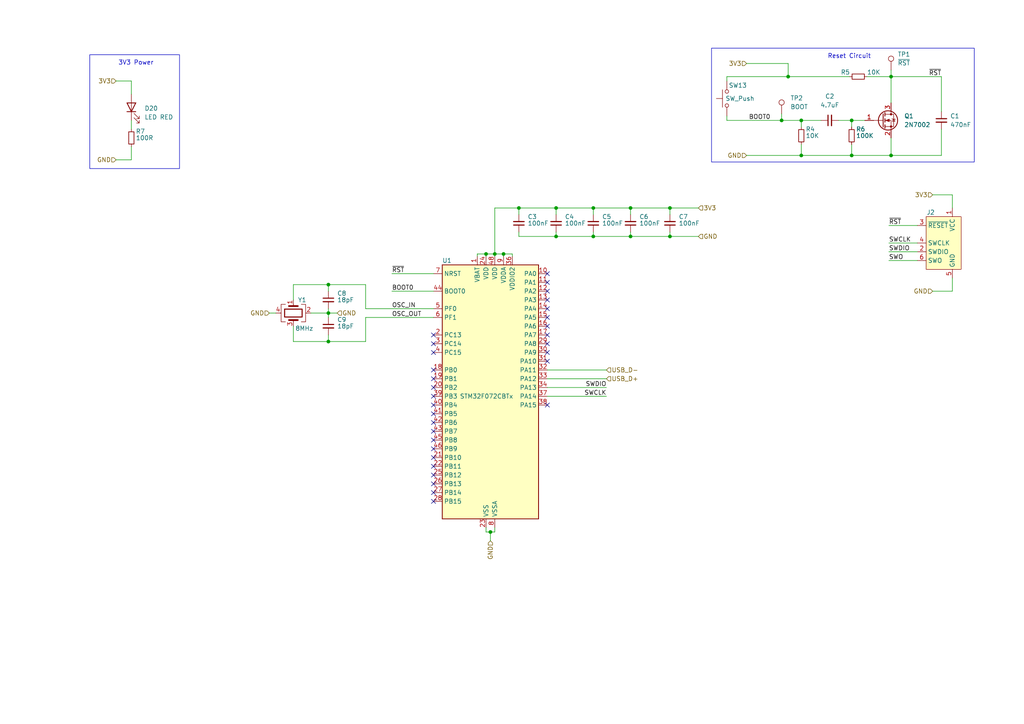
<source format=kicad_sch>
(kicad_sch
	(version 20231120)
	(generator "eeschema")
	(generator_version "8.0")
	(uuid "1d689524-f4c9-4475-b49e-d2e3c2637440")
	(paper "A4")
	(title_block
		(title "Crumb Catcher")
		(date "2023-10-25")
		(rev "A")
		(company "MadMan")
	)
	(lib_symbols
		(symbol "Connector:Conn_ARM_SWD_TagConnect_TC2030-NL"
			(exclude_from_sim no)
			(in_bom no)
			(on_board yes)
			(property "Reference" "J"
				(at 2.54 11.43 0)
				(effects
					(font
						(size 1.27 1.27)
					)
				)
			)
			(property "Value" "Conn_ARM_SWD_TagConnect_TC2030-NL"
				(at 2.54 8.89 0)
				(effects
					(font
						(size 1.27 1.27)
					)
				)
			)
			(property "Footprint" "Connector:Tag-Connect_TC2030-IDC-NL_2x03_P1.27mm_Vertical"
				(at 0 -17.78 0)
				(effects
					(font
						(size 1.27 1.27)
					)
					(hide yes)
				)
			)
			(property "Datasheet" "https://www.tag-connect.com/wp-content/uploads/bsk-pdf-manager/TC2030-CTX_1.pdf"
				(at 0 -15.24 0)
				(effects
					(font
						(size 1.27 1.27)
					)
					(hide yes)
				)
			)
			(property "Description" "Tag-Connect ARM Cortex SWD JTAG connector, 6 pin, no legs"
				(at 0 0 0)
				(effects
					(font
						(size 1.27 1.27)
					)
					(hide yes)
				)
			)
			(property "ki_keywords" "Cortex Debug Connector ARM SWD JTAG"
				(at 0 0 0)
				(effects
					(font
						(size 1.27 1.27)
					)
					(hide yes)
				)
			)
			(property "ki_fp_filters" "*TC2030*"
				(at 0 0 0)
				(effects
					(font
						(size 1.27 1.27)
					)
					(hide yes)
				)
			)
			(symbol "Conn_ARM_SWD_TagConnect_TC2030-NL_0_0"
				(pin power_in line
					(at -2.54 10.16 270)
					(length 2.54)
					(name "VCC"
						(effects
							(font
								(size 1.27 1.27)
							)
						)
					)
					(number "1"
						(effects
							(font
								(size 1.27 1.27)
							)
						)
					)
				)
				(pin bidirectional line
					(at 7.62 -2.54 180)
					(length 2.54)
					(name "SWDIO"
						(effects
							(font
								(size 1.27 1.27)
							)
						)
					)
					(number "2"
						(effects
							(font
								(size 1.27 1.27)
							)
						)
					)
					(alternate "TMS" bidirectional line)
				)
				(pin open_collector line
					(at 7.62 5.08 180)
					(length 2.54)
					(name "~{RESET}"
						(effects
							(font
								(size 1.27 1.27)
							)
						)
					)
					(number "3"
						(effects
							(font
								(size 1.27 1.27)
							)
						)
					)
				)
				(pin output line
					(at 7.62 0 180)
					(length 2.54)
					(name "SWCLK"
						(effects
							(font
								(size 1.27 1.27)
							)
						)
					)
					(number "4"
						(effects
							(font
								(size 1.27 1.27)
							)
						)
					)
					(alternate "TCK" output line)
				)
				(pin power_in line
					(at -2.54 -10.16 90)
					(length 2.54)
					(name "GND"
						(effects
							(font
								(size 1.27 1.27)
							)
						)
					)
					(number "5"
						(effects
							(font
								(size 1.27 1.27)
							)
						)
					)
				)
				(pin input line
					(at 7.62 -5.08 180)
					(length 2.54)
					(name "SWO"
						(effects
							(font
								(size 1.27 1.27)
							)
						)
					)
					(number "6"
						(effects
							(font
								(size 1.27 1.27)
							)
						)
					)
					(alternate "TDO" input line)
				)
			)
			(symbol "Conn_ARM_SWD_TagConnect_TC2030-NL_0_1"
				(rectangle
					(start -5.08 7.62)
					(end 5.08 -7.62)
					(stroke
						(width 0)
						(type default)
					)
					(fill
						(type background)
					)
				)
			)
		)
		(symbol "Connector:TestPoint"
			(pin_numbers hide)
			(pin_names
				(offset 0.762) hide)
			(exclude_from_sim no)
			(in_bom yes)
			(on_board yes)
			(property "Reference" "TP"
				(at 0 6.858 0)
				(effects
					(font
						(size 1.27 1.27)
					)
				)
			)
			(property "Value" "TestPoint"
				(at 0 5.08 0)
				(effects
					(font
						(size 1.27 1.27)
					)
				)
			)
			(property "Footprint" ""
				(at 5.08 0 0)
				(effects
					(font
						(size 1.27 1.27)
					)
					(hide yes)
				)
			)
			(property "Datasheet" "~"
				(at 5.08 0 0)
				(effects
					(font
						(size 1.27 1.27)
					)
					(hide yes)
				)
			)
			(property "Description" "test point"
				(at 0 0 0)
				(effects
					(font
						(size 1.27 1.27)
					)
					(hide yes)
				)
			)
			(property "ki_keywords" "test point tp"
				(at 0 0 0)
				(effects
					(font
						(size 1.27 1.27)
					)
					(hide yes)
				)
			)
			(property "ki_fp_filters" "Pin* Test*"
				(at 0 0 0)
				(effects
					(font
						(size 1.27 1.27)
					)
					(hide yes)
				)
			)
			(symbol "TestPoint_0_1"
				(circle
					(center 0 3.302)
					(radius 0.762)
					(stroke
						(width 0)
						(type default)
					)
					(fill
						(type none)
					)
				)
			)
			(symbol "TestPoint_1_1"
				(pin passive line
					(at 0 0 90)
					(length 2.54)
					(name "1"
						(effects
							(font
								(size 1.27 1.27)
							)
						)
					)
					(number "1"
						(effects
							(font
								(size 1.27 1.27)
							)
						)
					)
				)
			)
		)
		(symbol "Device:C_Small"
			(pin_numbers hide)
			(pin_names
				(offset 0.254) hide)
			(exclude_from_sim no)
			(in_bom yes)
			(on_board yes)
			(property "Reference" "C"
				(at 0.254 1.778 0)
				(effects
					(font
						(size 1.27 1.27)
					)
					(justify left)
				)
			)
			(property "Value" "C_Small"
				(at 0.254 -2.032 0)
				(effects
					(font
						(size 1.27 1.27)
					)
					(justify left)
				)
			)
			(property "Footprint" ""
				(at 0 0 0)
				(effects
					(font
						(size 1.27 1.27)
					)
					(hide yes)
				)
			)
			(property "Datasheet" "~"
				(at 0 0 0)
				(effects
					(font
						(size 1.27 1.27)
					)
					(hide yes)
				)
			)
			(property "Description" "Unpolarized capacitor, small symbol"
				(at 0 0 0)
				(effects
					(font
						(size 1.27 1.27)
					)
					(hide yes)
				)
			)
			(property "ki_keywords" "capacitor cap"
				(at 0 0 0)
				(effects
					(font
						(size 1.27 1.27)
					)
					(hide yes)
				)
			)
			(property "ki_fp_filters" "C_*"
				(at 0 0 0)
				(effects
					(font
						(size 1.27 1.27)
					)
					(hide yes)
				)
			)
			(symbol "C_Small_0_1"
				(polyline
					(pts
						(xy -1.524 -0.508) (xy 1.524 -0.508)
					)
					(stroke
						(width 0.3302)
						(type default)
					)
					(fill
						(type none)
					)
				)
				(polyline
					(pts
						(xy -1.524 0.508) (xy 1.524 0.508)
					)
					(stroke
						(width 0.3048)
						(type default)
					)
					(fill
						(type none)
					)
				)
			)
			(symbol "C_Small_1_1"
				(pin passive line
					(at 0 2.54 270)
					(length 2.032)
					(name "~"
						(effects
							(font
								(size 1.27 1.27)
							)
						)
					)
					(number "1"
						(effects
							(font
								(size 1.27 1.27)
							)
						)
					)
				)
				(pin passive line
					(at 0 -2.54 90)
					(length 2.032)
					(name "~"
						(effects
							(font
								(size 1.27 1.27)
							)
						)
					)
					(number "2"
						(effects
							(font
								(size 1.27 1.27)
							)
						)
					)
				)
			)
		)
		(symbol "Device:Crystal_GND24"
			(pin_names
				(offset 1.016) hide)
			(exclude_from_sim no)
			(in_bom yes)
			(on_board yes)
			(property "Reference" "Y"
				(at 3.175 5.08 0)
				(effects
					(font
						(size 1.27 1.27)
					)
					(justify left)
				)
			)
			(property "Value" "Crystal_GND24"
				(at 3.175 3.175 0)
				(effects
					(font
						(size 1.27 1.27)
					)
					(justify left)
				)
			)
			(property "Footprint" ""
				(at 0 0 0)
				(effects
					(font
						(size 1.27 1.27)
					)
					(hide yes)
				)
			)
			(property "Datasheet" "~"
				(at 0 0 0)
				(effects
					(font
						(size 1.27 1.27)
					)
					(hide yes)
				)
			)
			(property "Description" "Four pin crystal, GND on pins 2 and 4"
				(at 0 0 0)
				(effects
					(font
						(size 1.27 1.27)
					)
					(hide yes)
				)
			)
			(property "ki_keywords" "quartz ceramic resonator oscillator"
				(at 0 0 0)
				(effects
					(font
						(size 1.27 1.27)
					)
					(hide yes)
				)
			)
			(property "ki_fp_filters" "Crystal*"
				(at 0 0 0)
				(effects
					(font
						(size 1.27 1.27)
					)
					(hide yes)
				)
			)
			(symbol "Crystal_GND24_0_1"
				(rectangle
					(start -1.143 2.54)
					(end 1.143 -2.54)
					(stroke
						(width 0.3048)
						(type default)
					)
					(fill
						(type none)
					)
				)
				(polyline
					(pts
						(xy -2.54 0) (xy -2.032 0)
					)
					(stroke
						(width 0)
						(type default)
					)
					(fill
						(type none)
					)
				)
				(polyline
					(pts
						(xy -2.032 -1.27) (xy -2.032 1.27)
					)
					(stroke
						(width 0.508)
						(type default)
					)
					(fill
						(type none)
					)
				)
				(polyline
					(pts
						(xy 0 -3.81) (xy 0 -3.556)
					)
					(stroke
						(width 0)
						(type default)
					)
					(fill
						(type none)
					)
				)
				(polyline
					(pts
						(xy 0 3.556) (xy 0 3.81)
					)
					(stroke
						(width 0)
						(type default)
					)
					(fill
						(type none)
					)
				)
				(polyline
					(pts
						(xy 2.032 -1.27) (xy 2.032 1.27)
					)
					(stroke
						(width 0.508)
						(type default)
					)
					(fill
						(type none)
					)
				)
				(polyline
					(pts
						(xy 2.032 0) (xy 2.54 0)
					)
					(stroke
						(width 0)
						(type default)
					)
					(fill
						(type none)
					)
				)
				(polyline
					(pts
						(xy -2.54 -2.286) (xy -2.54 -3.556) (xy 2.54 -3.556) (xy 2.54 -2.286)
					)
					(stroke
						(width 0)
						(type default)
					)
					(fill
						(type none)
					)
				)
				(polyline
					(pts
						(xy -2.54 2.286) (xy -2.54 3.556) (xy 2.54 3.556) (xy 2.54 2.286)
					)
					(stroke
						(width 0)
						(type default)
					)
					(fill
						(type none)
					)
				)
			)
			(symbol "Crystal_GND24_1_1"
				(pin passive line
					(at -3.81 0 0)
					(length 1.27)
					(name "1"
						(effects
							(font
								(size 1.27 1.27)
							)
						)
					)
					(number "1"
						(effects
							(font
								(size 1.27 1.27)
							)
						)
					)
				)
				(pin passive line
					(at 0 5.08 270)
					(length 1.27)
					(name "2"
						(effects
							(font
								(size 1.27 1.27)
							)
						)
					)
					(number "2"
						(effects
							(font
								(size 1.27 1.27)
							)
						)
					)
				)
				(pin passive line
					(at 3.81 0 180)
					(length 1.27)
					(name "3"
						(effects
							(font
								(size 1.27 1.27)
							)
						)
					)
					(number "3"
						(effects
							(font
								(size 1.27 1.27)
							)
						)
					)
				)
				(pin passive line
					(at 0 -5.08 90)
					(length 1.27)
					(name "4"
						(effects
							(font
								(size 1.27 1.27)
							)
						)
					)
					(number "4"
						(effects
							(font
								(size 1.27 1.27)
							)
						)
					)
				)
			)
		)
		(symbol "Device:LED"
			(pin_numbers hide)
			(pin_names
				(offset 1.016) hide)
			(exclude_from_sim no)
			(in_bom yes)
			(on_board yes)
			(property "Reference" "D"
				(at 0 2.54 0)
				(effects
					(font
						(size 1.27 1.27)
					)
				)
			)
			(property "Value" "LED"
				(at 0 -2.54 0)
				(effects
					(font
						(size 1.27 1.27)
					)
				)
			)
			(property "Footprint" ""
				(at 0 0 0)
				(effects
					(font
						(size 1.27 1.27)
					)
					(hide yes)
				)
			)
			(property "Datasheet" "~"
				(at 0 0 0)
				(effects
					(font
						(size 1.27 1.27)
					)
					(hide yes)
				)
			)
			(property "Description" "Light emitting diode"
				(at 0 0 0)
				(effects
					(font
						(size 1.27 1.27)
					)
					(hide yes)
				)
			)
			(property "ki_keywords" "LED diode"
				(at 0 0 0)
				(effects
					(font
						(size 1.27 1.27)
					)
					(hide yes)
				)
			)
			(property "ki_fp_filters" "LED* LED_SMD:* LED_THT:*"
				(at 0 0 0)
				(effects
					(font
						(size 1.27 1.27)
					)
					(hide yes)
				)
			)
			(symbol "LED_0_1"
				(polyline
					(pts
						(xy -1.27 -1.27) (xy -1.27 1.27)
					)
					(stroke
						(width 0.254)
						(type default)
					)
					(fill
						(type none)
					)
				)
				(polyline
					(pts
						(xy -1.27 0) (xy 1.27 0)
					)
					(stroke
						(width 0)
						(type default)
					)
					(fill
						(type none)
					)
				)
				(polyline
					(pts
						(xy 1.27 -1.27) (xy 1.27 1.27) (xy -1.27 0) (xy 1.27 -1.27)
					)
					(stroke
						(width 0.254)
						(type default)
					)
					(fill
						(type none)
					)
				)
				(polyline
					(pts
						(xy -3.048 -0.762) (xy -4.572 -2.286) (xy -3.81 -2.286) (xy -4.572 -2.286) (xy -4.572 -1.524)
					)
					(stroke
						(width 0)
						(type default)
					)
					(fill
						(type none)
					)
				)
				(polyline
					(pts
						(xy -1.778 -0.762) (xy -3.302 -2.286) (xy -2.54 -2.286) (xy -3.302 -2.286) (xy -3.302 -1.524)
					)
					(stroke
						(width 0)
						(type default)
					)
					(fill
						(type none)
					)
				)
			)
			(symbol "LED_1_1"
				(pin passive line
					(at -3.81 0 0)
					(length 2.54)
					(name "K"
						(effects
							(font
								(size 1.27 1.27)
							)
						)
					)
					(number "1"
						(effects
							(font
								(size 1.27 1.27)
							)
						)
					)
				)
				(pin passive line
					(at 3.81 0 180)
					(length 2.54)
					(name "A"
						(effects
							(font
								(size 1.27 1.27)
							)
						)
					)
					(number "2"
						(effects
							(font
								(size 1.27 1.27)
							)
						)
					)
				)
			)
		)
		(symbol "Device:R_Small"
			(pin_numbers hide)
			(pin_names
				(offset 0.254) hide)
			(exclude_from_sim no)
			(in_bom yes)
			(on_board yes)
			(property "Reference" "R"
				(at 0.762 0.508 0)
				(effects
					(font
						(size 1.27 1.27)
					)
					(justify left)
				)
			)
			(property "Value" "R_Small"
				(at 0.762 -1.016 0)
				(effects
					(font
						(size 1.27 1.27)
					)
					(justify left)
				)
			)
			(property "Footprint" ""
				(at 0 0 0)
				(effects
					(font
						(size 1.27 1.27)
					)
					(hide yes)
				)
			)
			(property "Datasheet" "~"
				(at 0 0 0)
				(effects
					(font
						(size 1.27 1.27)
					)
					(hide yes)
				)
			)
			(property "Description" "Resistor, small symbol"
				(at 0 0 0)
				(effects
					(font
						(size 1.27 1.27)
					)
					(hide yes)
				)
			)
			(property "ki_keywords" "R resistor"
				(at 0 0 0)
				(effects
					(font
						(size 1.27 1.27)
					)
					(hide yes)
				)
			)
			(property "ki_fp_filters" "R_*"
				(at 0 0 0)
				(effects
					(font
						(size 1.27 1.27)
					)
					(hide yes)
				)
			)
			(symbol "R_Small_0_1"
				(rectangle
					(start -0.762 1.778)
					(end 0.762 -1.778)
					(stroke
						(width 0.2032)
						(type default)
					)
					(fill
						(type none)
					)
				)
			)
			(symbol "R_Small_1_1"
				(pin passive line
					(at 0 2.54 270)
					(length 0.762)
					(name "~"
						(effects
							(font
								(size 1.27 1.27)
							)
						)
					)
					(number "1"
						(effects
							(font
								(size 1.27 1.27)
							)
						)
					)
				)
				(pin passive line
					(at 0 -2.54 90)
					(length 0.762)
					(name "~"
						(effects
							(font
								(size 1.27 1.27)
							)
						)
					)
					(number "2"
						(effects
							(font
								(size 1.27 1.27)
							)
						)
					)
				)
			)
		)
		(symbol "MCU_ST_STM32F0:STM32F072CBTx"
			(exclude_from_sim no)
			(in_bom yes)
			(on_board yes)
			(property "Reference" "U"
				(at -12.7 39.37 0)
				(effects
					(font
						(size 1.27 1.27)
					)
					(justify left)
				)
			)
			(property "Value" "STM32F072CBTx"
				(at 10.16 39.37 0)
				(effects
					(font
						(size 1.27 1.27)
					)
					(justify left)
				)
			)
			(property "Footprint" "Package_QFP:LQFP-48_7x7mm_P0.5mm"
				(at -12.7 -35.56 0)
				(effects
					(font
						(size 1.27 1.27)
					)
					(justify right)
					(hide yes)
				)
			)
			(property "Datasheet" "https://www.st.com/resource/en/datasheet/stm32f072cb.pdf"
				(at 0 0 0)
				(effects
					(font
						(size 1.27 1.27)
					)
					(hide yes)
				)
			)
			(property "Description" "STMicroelectronics Arm Cortex-M0 MCU, 128KB flash, 16KB RAM, 48 MHz, 2.0-3.6V, 37 GPIO, LQFP48"
				(at 0 0 0)
				(effects
					(font
						(size 1.27 1.27)
					)
					(hide yes)
				)
			)
			(property "ki_locked" ""
				(at 0 0 0)
				(effects
					(font
						(size 1.27 1.27)
					)
				)
			)
			(property "ki_keywords" "Arm Cortex-M0 STM32F0 STM32F0x2"
				(at 0 0 0)
				(effects
					(font
						(size 1.27 1.27)
					)
					(hide yes)
				)
			)
			(property "ki_fp_filters" "LQFP*7x7mm*P0.5mm*"
				(at 0 0 0)
				(effects
					(font
						(size 1.27 1.27)
					)
					(hide yes)
				)
			)
			(symbol "STM32F072CBTx_0_1"
				(rectangle
					(start -12.7 -35.56)
					(end 15.24 38.1)
					(stroke
						(width 0.254)
						(type default)
					)
					(fill
						(type background)
					)
				)
			)
			(symbol "STM32F072CBTx_1_1"
				(pin power_in line
					(at -2.54 40.64 270)
					(length 2.54)
					(name "VBAT"
						(effects
							(font
								(size 1.27 1.27)
							)
						)
					)
					(number "1"
						(effects
							(font
								(size 1.27 1.27)
							)
						)
					)
				)
				(pin bidirectional line
					(at 17.78 35.56 180)
					(length 2.54)
					(name "PA0"
						(effects
							(font
								(size 1.27 1.27)
							)
						)
					)
					(number "10"
						(effects
							(font
								(size 1.27 1.27)
							)
						)
					)
					(alternate "ADC_IN0" bidirectional line)
					(alternate "COMP1_INM" bidirectional line)
					(alternate "COMP1_OUT" bidirectional line)
					(alternate "RTC_TAMP2" bidirectional line)
					(alternate "SYS_WKUP1" bidirectional line)
					(alternate "TIM2_CH1" bidirectional line)
					(alternate "TIM2_ETR" bidirectional line)
					(alternate "TSC_G1_IO1" bidirectional line)
					(alternate "USART2_CTS" bidirectional line)
					(alternate "USART4_TX" bidirectional line)
				)
				(pin bidirectional line
					(at 17.78 33.02 180)
					(length 2.54)
					(name "PA1"
						(effects
							(font
								(size 1.27 1.27)
							)
						)
					)
					(number "11"
						(effects
							(font
								(size 1.27 1.27)
							)
						)
					)
					(alternate "ADC_IN1" bidirectional line)
					(alternate "COMP1_INP" bidirectional line)
					(alternate "TIM15_CH1N" bidirectional line)
					(alternate "TIM2_CH2" bidirectional line)
					(alternate "TSC_G1_IO2" bidirectional line)
					(alternate "USART2_DE" bidirectional line)
					(alternate "USART2_RTS" bidirectional line)
					(alternate "USART4_RX" bidirectional line)
				)
				(pin bidirectional line
					(at 17.78 30.48 180)
					(length 2.54)
					(name "PA2"
						(effects
							(font
								(size 1.27 1.27)
							)
						)
					)
					(number "12"
						(effects
							(font
								(size 1.27 1.27)
							)
						)
					)
					(alternate "ADC_IN2" bidirectional line)
					(alternate "COMP2_INM" bidirectional line)
					(alternate "COMP2_OUT" bidirectional line)
					(alternate "SYS_WKUP4" bidirectional line)
					(alternate "TIM15_CH1" bidirectional line)
					(alternate "TIM2_CH3" bidirectional line)
					(alternate "TSC_G1_IO3" bidirectional line)
					(alternate "USART2_TX" bidirectional line)
				)
				(pin bidirectional line
					(at 17.78 27.94 180)
					(length 2.54)
					(name "PA3"
						(effects
							(font
								(size 1.27 1.27)
							)
						)
					)
					(number "13"
						(effects
							(font
								(size 1.27 1.27)
							)
						)
					)
					(alternate "ADC_IN3" bidirectional line)
					(alternate "COMP2_INP" bidirectional line)
					(alternate "TIM15_CH2" bidirectional line)
					(alternate "TIM2_CH4" bidirectional line)
					(alternate "TSC_G1_IO4" bidirectional line)
					(alternate "USART2_RX" bidirectional line)
				)
				(pin bidirectional line
					(at 17.78 25.4 180)
					(length 2.54)
					(name "PA4"
						(effects
							(font
								(size 1.27 1.27)
							)
						)
					)
					(number "14"
						(effects
							(font
								(size 1.27 1.27)
							)
						)
					)
					(alternate "ADC_IN4" bidirectional line)
					(alternate "COMP1_INM" bidirectional line)
					(alternate "COMP2_INM" bidirectional line)
					(alternate "DAC_OUT1" bidirectional line)
					(alternate "I2S1_WS" bidirectional line)
					(alternate "SPI1_NSS" bidirectional line)
					(alternate "TIM14_CH1" bidirectional line)
					(alternate "TSC_G2_IO1" bidirectional line)
					(alternate "USART2_CK" bidirectional line)
				)
				(pin bidirectional line
					(at 17.78 22.86 180)
					(length 2.54)
					(name "PA5"
						(effects
							(font
								(size 1.27 1.27)
							)
						)
					)
					(number "15"
						(effects
							(font
								(size 1.27 1.27)
							)
						)
					)
					(alternate "ADC_IN5" bidirectional line)
					(alternate "CEC" bidirectional line)
					(alternate "COMP1_INM" bidirectional line)
					(alternate "COMP2_INM" bidirectional line)
					(alternate "DAC_OUT2" bidirectional line)
					(alternate "I2S1_CK" bidirectional line)
					(alternate "SPI1_SCK" bidirectional line)
					(alternate "TIM2_CH1" bidirectional line)
					(alternate "TIM2_ETR" bidirectional line)
					(alternate "TSC_G2_IO2" bidirectional line)
				)
				(pin bidirectional line
					(at 17.78 20.32 180)
					(length 2.54)
					(name "PA6"
						(effects
							(font
								(size 1.27 1.27)
							)
						)
					)
					(number "16"
						(effects
							(font
								(size 1.27 1.27)
							)
						)
					)
					(alternate "ADC_IN6" bidirectional line)
					(alternate "COMP1_OUT" bidirectional line)
					(alternate "I2S1_MCK" bidirectional line)
					(alternate "SPI1_MISO" bidirectional line)
					(alternate "TIM16_CH1" bidirectional line)
					(alternate "TIM1_BKIN" bidirectional line)
					(alternate "TIM3_CH1" bidirectional line)
					(alternate "TSC_G2_IO3" bidirectional line)
					(alternate "USART3_CTS" bidirectional line)
				)
				(pin bidirectional line
					(at 17.78 17.78 180)
					(length 2.54)
					(name "PA7"
						(effects
							(font
								(size 1.27 1.27)
							)
						)
					)
					(number "17"
						(effects
							(font
								(size 1.27 1.27)
							)
						)
					)
					(alternate "ADC_IN7" bidirectional line)
					(alternate "COMP2_OUT" bidirectional line)
					(alternate "I2S1_SD" bidirectional line)
					(alternate "SPI1_MOSI" bidirectional line)
					(alternate "TIM14_CH1" bidirectional line)
					(alternate "TIM17_CH1" bidirectional line)
					(alternate "TIM1_CH1N" bidirectional line)
					(alternate "TIM3_CH2" bidirectional line)
					(alternate "TSC_G2_IO4" bidirectional line)
				)
				(pin bidirectional line
					(at -15.24 7.62 0)
					(length 2.54)
					(name "PB0"
						(effects
							(font
								(size 1.27 1.27)
							)
						)
					)
					(number "18"
						(effects
							(font
								(size 1.27 1.27)
							)
						)
					)
					(alternate "ADC_IN8" bidirectional line)
					(alternate "TIM1_CH2N" bidirectional line)
					(alternate "TIM3_CH3" bidirectional line)
					(alternate "TSC_G3_IO2" bidirectional line)
					(alternate "USART3_CK" bidirectional line)
				)
				(pin bidirectional line
					(at -15.24 5.08 0)
					(length 2.54)
					(name "PB1"
						(effects
							(font
								(size 1.27 1.27)
							)
						)
					)
					(number "19"
						(effects
							(font
								(size 1.27 1.27)
							)
						)
					)
					(alternate "ADC_IN9" bidirectional line)
					(alternate "TIM14_CH1" bidirectional line)
					(alternate "TIM1_CH3N" bidirectional line)
					(alternate "TIM3_CH4" bidirectional line)
					(alternate "TSC_G3_IO3" bidirectional line)
					(alternate "USART3_DE" bidirectional line)
					(alternate "USART3_RTS" bidirectional line)
				)
				(pin bidirectional line
					(at -15.24 17.78 0)
					(length 2.54)
					(name "PC13"
						(effects
							(font
								(size 1.27 1.27)
							)
						)
					)
					(number "2"
						(effects
							(font
								(size 1.27 1.27)
							)
						)
					)
					(alternate "RTC_OUT_ALARM" bidirectional line)
					(alternate "RTC_OUT_CALIB" bidirectional line)
					(alternate "RTC_TAMP1" bidirectional line)
					(alternate "RTC_TS" bidirectional line)
					(alternate "SYS_WKUP2" bidirectional line)
				)
				(pin bidirectional line
					(at -15.24 2.54 0)
					(length 2.54)
					(name "PB2"
						(effects
							(font
								(size 1.27 1.27)
							)
						)
					)
					(number "20"
						(effects
							(font
								(size 1.27 1.27)
							)
						)
					)
					(alternate "TSC_G3_IO4" bidirectional line)
				)
				(pin bidirectional line
					(at -15.24 -17.78 0)
					(length 2.54)
					(name "PB10"
						(effects
							(font
								(size 1.27 1.27)
							)
						)
					)
					(number "21"
						(effects
							(font
								(size 1.27 1.27)
							)
						)
					)
					(alternate "CEC" bidirectional line)
					(alternate "I2C2_SCL" bidirectional line)
					(alternate "I2S2_CK" bidirectional line)
					(alternate "SPI2_SCK" bidirectional line)
					(alternate "TIM2_CH3" bidirectional line)
					(alternate "TSC_SYNC" bidirectional line)
					(alternate "USART3_TX" bidirectional line)
				)
				(pin bidirectional line
					(at -15.24 -20.32 0)
					(length 2.54)
					(name "PB11"
						(effects
							(font
								(size 1.27 1.27)
							)
						)
					)
					(number "22"
						(effects
							(font
								(size 1.27 1.27)
							)
						)
					)
					(alternate "I2C2_SDA" bidirectional line)
					(alternate "TIM2_CH4" bidirectional line)
					(alternate "TSC_G6_IO1" bidirectional line)
					(alternate "USART3_RX" bidirectional line)
				)
				(pin power_in line
					(at 0 -38.1 90)
					(length 2.54)
					(name "VSS"
						(effects
							(font
								(size 1.27 1.27)
							)
						)
					)
					(number "23"
						(effects
							(font
								(size 1.27 1.27)
							)
						)
					)
				)
				(pin power_in line
					(at 0 40.64 270)
					(length 2.54)
					(name "VDD"
						(effects
							(font
								(size 1.27 1.27)
							)
						)
					)
					(number "24"
						(effects
							(font
								(size 1.27 1.27)
							)
						)
					)
				)
				(pin bidirectional line
					(at -15.24 -22.86 0)
					(length 2.54)
					(name "PB12"
						(effects
							(font
								(size 1.27 1.27)
							)
						)
					)
					(number "25"
						(effects
							(font
								(size 1.27 1.27)
							)
						)
					)
					(alternate "I2S2_WS" bidirectional line)
					(alternate "SPI2_NSS" bidirectional line)
					(alternate "TIM15_BKIN" bidirectional line)
					(alternate "TIM1_BKIN" bidirectional line)
					(alternate "TSC_G6_IO2" bidirectional line)
					(alternate "USART3_CK" bidirectional line)
				)
				(pin bidirectional line
					(at -15.24 -25.4 0)
					(length 2.54)
					(name "PB13"
						(effects
							(font
								(size 1.27 1.27)
							)
						)
					)
					(number "26"
						(effects
							(font
								(size 1.27 1.27)
							)
						)
					)
					(alternate "I2C2_SCL" bidirectional line)
					(alternate "I2S2_CK" bidirectional line)
					(alternate "SPI2_SCK" bidirectional line)
					(alternate "TIM1_CH1N" bidirectional line)
					(alternate "TSC_G6_IO3" bidirectional line)
					(alternate "USART3_CTS" bidirectional line)
				)
				(pin bidirectional line
					(at -15.24 -27.94 0)
					(length 2.54)
					(name "PB14"
						(effects
							(font
								(size 1.27 1.27)
							)
						)
					)
					(number "27"
						(effects
							(font
								(size 1.27 1.27)
							)
						)
					)
					(alternate "I2C2_SDA" bidirectional line)
					(alternate "I2S2_MCK" bidirectional line)
					(alternate "SPI2_MISO" bidirectional line)
					(alternate "TIM15_CH1" bidirectional line)
					(alternate "TIM1_CH2N" bidirectional line)
					(alternate "TSC_G6_IO4" bidirectional line)
					(alternate "USART3_DE" bidirectional line)
					(alternate "USART3_RTS" bidirectional line)
				)
				(pin bidirectional line
					(at -15.24 -30.48 0)
					(length 2.54)
					(name "PB15"
						(effects
							(font
								(size 1.27 1.27)
							)
						)
					)
					(number "28"
						(effects
							(font
								(size 1.27 1.27)
							)
						)
					)
					(alternate "I2S2_SD" bidirectional line)
					(alternate "RTC_REFIN" bidirectional line)
					(alternate "SPI2_MOSI" bidirectional line)
					(alternate "SYS_WKUP7" bidirectional line)
					(alternate "TIM15_CH1N" bidirectional line)
					(alternate "TIM15_CH2" bidirectional line)
					(alternate "TIM1_CH3N" bidirectional line)
				)
				(pin bidirectional line
					(at 17.78 15.24 180)
					(length 2.54)
					(name "PA8"
						(effects
							(font
								(size 1.27 1.27)
							)
						)
					)
					(number "29"
						(effects
							(font
								(size 1.27 1.27)
							)
						)
					)
					(alternate "CRS_SYNC" bidirectional line)
					(alternate "RCC_MCO" bidirectional line)
					(alternate "TIM1_CH1" bidirectional line)
					(alternate "USART1_CK" bidirectional line)
				)
				(pin bidirectional line
					(at -15.24 15.24 0)
					(length 2.54)
					(name "PC14"
						(effects
							(font
								(size 1.27 1.27)
							)
						)
					)
					(number "3"
						(effects
							(font
								(size 1.27 1.27)
							)
						)
					)
					(alternate "RCC_OSC32_IN" bidirectional line)
				)
				(pin bidirectional line
					(at 17.78 12.7 180)
					(length 2.54)
					(name "PA9"
						(effects
							(font
								(size 1.27 1.27)
							)
						)
					)
					(number "30"
						(effects
							(font
								(size 1.27 1.27)
							)
						)
					)
					(alternate "DAC_EXTI9" bidirectional line)
					(alternate "TIM15_BKIN" bidirectional line)
					(alternate "TIM1_CH2" bidirectional line)
					(alternate "TSC_G4_IO1" bidirectional line)
					(alternate "USART1_TX" bidirectional line)
				)
				(pin bidirectional line
					(at 17.78 10.16 180)
					(length 2.54)
					(name "PA10"
						(effects
							(font
								(size 1.27 1.27)
							)
						)
					)
					(number "31"
						(effects
							(font
								(size 1.27 1.27)
							)
						)
					)
					(alternate "TIM17_BKIN" bidirectional line)
					(alternate "TIM1_CH3" bidirectional line)
					(alternate "TSC_G4_IO2" bidirectional line)
					(alternate "USART1_RX" bidirectional line)
				)
				(pin bidirectional line
					(at 17.78 7.62 180)
					(length 2.54)
					(name "PA11"
						(effects
							(font
								(size 1.27 1.27)
							)
						)
					)
					(number "32"
						(effects
							(font
								(size 1.27 1.27)
							)
						)
					)
					(alternate "CAN_RX" bidirectional line)
					(alternate "COMP1_OUT" bidirectional line)
					(alternate "TIM1_CH4" bidirectional line)
					(alternate "TSC_G4_IO3" bidirectional line)
					(alternate "USART1_CTS" bidirectional line)
					(alternate "USB_DM" bidirectional line)
				)
				(pin bidirectional line
					(at 17.78 5.08 180)
					(length 2.54)
					(name "PA12"
						(effects
							(font
								(size 1.27 1.27)
							)
						)
					)
					(number "33"
						(effects
							(font
								(size 1.27 1.27)
							)
						)
					)
					(alternate "CAN_TX" bidirectional line)
					(alternate "COMP2_OUT" bidirectional line)
					(alternate "TIM1_ETR" bidirectional line)
					(alternate "TSC_G4_IO4" bidirectional line)
					(alternate "USART1_DE" bidirectional line)
					(alternate "USART1_RTS" bidirectional line)
					(alternate "USB_DP" bidirectional line)
				)
				(pin bidirectional line
					(at 17.78 2.54 180)
					(length 2.54)
					(name "PA13"
						(effects
							(font
								(size 1.27 1.27)
							)
						)
					)
					(number "34"
						(effects
							(font
								(size 1.27 1.27)
							)
						)
					)
					(alternate "IR_OUT" bidirectional line)
					(alternate "SYS_SWDIO" bidirectional line)
					(alternate "USB_NOE" bidirectional line)
				)
				(pin passive line
					(at 0 -38.1 90)
					(length 2.54) hide
					(name "VSS"
						(effects
							(font
								(size 1.27 1.27)
							)
						)
					)
					(number "35"
						(effects
							(font
								(size 1.27 1.27)
							)
						)
					)
				)
				(pin power_in line
					(at 7.62 40.64 270)
					(length 2.54)
					(name "VDDIO2"
						(effects
							(font
								(size 1.27 1.27)
							)
						)
					)
					(number "36"
						(effects
							(font
								(size 1.27 1.27)
							)
						)
					)
				)
				(pin bidirectional line
					(at 17.78 0 180)
					(length 2.54)
					(name "PA14"
						(effects
							(font
								(size 1.27 1.27)
							)
						)
					)
					(number "37"
						(effects
							(font
								(size 1.27 1.27)
							)
						)
					)
					(alternate "SYS_SWCLK" bidirectional line)
					(alternate "USART2_TX" bidirectional line)
				)
				(pin bidirectional line
					(at 17.78 -2.54 180)
					(length 2.54)
					(name "PA15"
						(effects
							(font
								(size 1.27 1.27)
							)
						)
					)
					(number "38"
						(effects
							(font
								(size 1.27 1.27)
							)
						)
					)
					(alternate "I2S1_WS" bidirectional line)
					(alternate "SPI1_NSS" bidirectional line)
					(alternate "TIM2_CH1" bidirectional line)
					(alternate "TIM2_ETR" bidirectional line)
					(alternate "USART2_RX" bidirectional line)
					(alternate "USART4_DE" bidirectional line)
					(alternate "USART4_RTS" bidirectional line)
				)
				(pin bidirectional line
					(at -15.24 0 0)
					(length 2.54)
					(name "PB3"
						(effects
							(font
								(size 1.27 1.27)
							)
						)
					)
					(number "39"
						(effects
							(font
								(size 1.27 1.27)
							)
						)
					)
					(alternate "I2S1_CK" bidirectional line)
					(alternate "SPI1_SCK" bidirectional line)
					(alternate "TIM2_CH2" bidirectional line)
					(alternate "TSC_G5_IO1" bidirectional line)
				)
				(pin bidirectional line
					(at -15.24 12.7 0)
					(length 2.54)
					(name "PC15"
						(effects
							(font
								(size 1.27 1.27)
							)
						)
					)
					(number "4"
						(effects
							(font
								(size 1.27 1.27)
							)
						)
					)
					(alternate "RCC_OSC32_OUT" bidirectional line)
				)
				(pin bidirectional line
					(at -15.24 -2.54 0)
					(length 2.54)
					(name "PB4"
						(effects
							(font
								(size 1.27 1.27)
							)
						)
					)
					(number "40"
						(effects
							(font
								(size 1.27 1.27)
							)
						)
					)
					(alternate "I2S1_MCK" bidirectional line)
					(alternate "SPI1_MISO" bidirectional line)
					(alternate "TIM17_BKIN" bidirectional line)
					(alternate "TIM3_CH1" bidirectional line)
					(alternate "TSC_G5_IO2" bidirectional line)
				)
				(pin bidirectional line
					(at -15.24 -5.08 0)
					(length 2.54)
					(name "PB5"
						(effects
							(font
								(size 1.27 1.27)
							)
						)
					)
					(number "41"
						(effects
							(font
								(size 1.27 1.27)
							)
						)
					)
					(alternate "I2C1_SMBA" bidirectional line)
					(alternate "I2S1_SD" bidirectional line)
					(alternate "SPI1_MOSI" bidirectional line)
					(alternate "SYS_WKUP6" bidirectional line)
					(alternate "TIM16_BKIN" bidirectional line)
					(alternate "TIM3_CH2" bidirectional line)
				)
				(pin bidirectional line
					(at -15.24 -7.62 0)
					(length 2.54)
					(name "PB6"
						(effects
							(font
								(size 1.27 1.27)
							)
						)
					)
					(number "42"
						(effects
							(font
								(size 1.27 1.27)
							)
						)
					)
					(alternate "I2C1_SCL" bidirectional line)
					(alternate "TIM16_CH1N" bidirectional line)
					(alternate "TSC_G5_IO3" bidirectional line)
					(alternate "USART1_TX" bidirectional line)
				)
				(pin bidirectional line
					(at -15.24 -10.16 0)
					(length 2.54)
					(name "PB7"
						(effects
							(font
								(size 1.27 1.27)
							)
						)
					)
					(number "43"
						(effects
							(font
								(size 1.27 1.27)
							)
						)
					)
					(alternate "I2C1_SDA" bidirectional line)
					(alternate "TIM17_CH1N" bidirectional line)
					(alternate "TSC_G5_IO4" bidirectional line)
					(alternate "USART1_RX" bidirectional line)
					(alternate "USART4_CTS" bidirectional line)
				)
				(pin input line
					(at -15.24 30.48 0)
					(length 2.54)
					(name "BOOT0"
						(effects
							(font
								(size 1.27 1.27)
							)
						)
					)
					(number "44"
						(effects
							(font
								(size 1.27 1.27)
							)
						)
					)
				)
				(pin bidirectional line
					(at -15.24 -12.7 0)
					(length 2.54)
					(name "PB8"
						(effects
							(font
								(size 1.27 1.27)
							)
						)
					)
					(number "45"
						(effects
							(font
								(size 1.27 1.27)
							)
						)
					)
					(alternate "CAN_RX" bidirectional line)
					(alternate "CEC" bidirectional line)
					(alternate "I2C1_SCL" bidirectional line)
					(alternate "TIM16_CH1" bidirectional line)
					(alternate "TSC_SYNC" bidirectional line)
				)
				(pin bidirectional line
					(at -15.24 -15.24 0)
					(length 2.54)
					(name "PB9"
						(effects
							(font
								(size 1.27 1.27)
							)
						)
					)
					(number "46"
						(effects
							(font
								(size 1.27 1.27)
							)
						)
					)
					(alternate "CAN_TX" bidirectional line)
					(alternate "DAC_EXTI9" bidirectional line)
					(alternate "I2C1_SDA" bidirectional line)
					(alternate "I2S2_WS" bidirectional line)
					(alternate "IR_OUT" bidirectional line)
					(alternate "SPI2_NSS" bidirectional line)
					(alternate "TIM17_CH1" bidirectional line)
				)
				(pin passive line
					(at 0 -38.1 90)
					(length 2.54) hide
					(name "VSS"
						(effects
							(font
								(size 1.27 1.27)
							)
						)
					)
					(number "47"
						(effects
							(font
								(size 1.27 1.27)
							)
						)
					)
				)
				(pin power_in line
					(at 2.54 40.64 270)
					(length 2.54)
					(name "VDD"
						(effects
							(font
								(size 1.27 1.27)
							)
						)
					)
					(number "48"
						(effects
							(font
								(size 1.27 1.27)
							)
						)
					)
				)
				(pin bidirectional line
					(at -15.24 25.4 0)
					(length 2.54)
					(name "PF0"
						(effects
							(font
								(size 1.27 1.27)
							)
						)
					)
					(number "5"
						(effects
							(font
								(size 1.27 1.27)
							)
						)
					)
					(alternate "CRS_SYNC" bidirectional line)
					(alternate "RCC_OSC_IN" bidirectional line)
				)
				(pin bidirectional line
					(at -15.24 22.86 0)
					(length 2.54)
					(name "PF1"
						(effects
							(font
								(size 1.27 1.27)
							)
						)
					)
					(number "6"
						(effects
							(font
								(size 1.27 1.27)
							)
						)
					)
					(alternate "RCC_OSC_OUT" bidirectional line)
				)
				(pin input line
					(at -15.24 35.56 0)
					(length 2.54)
					(name "NRST"
						(effects
							(font
								(size 1.27 1.27)
							)
						)
					)
					(number "7"
						(effects
							(font
								(size 1.27 1.27)
							)
						)
					)
				)
				(pin power_in line
					(at 2.54 -38.1 90)
					(length 2.54)
					(name "VSSA"
						(effects
							(font
								(size 1.27 1.27)
							)
						)
					)
					(number "8"
						(effects
							(font
								(size 1.27 1.27)
							)
						)
					)
				)
				(pin power_in line
					(at 5.08 40.64 270)
					(length 2.54)
					(name "VDDA"
						(effects
							(font
								(size 1.27 1.27)
							)
						)
					)
					(number "9"
						(effects
							(font
								(size 1.27 1.27)
							)
						)
					)
				)
			)
		)
		(symbol "Switch:SW_Push"
			(pin_numbers hide)
			(pin_names
				(offset 1.016) hide)
			(exclude_from_sim no)
			(in_bom yes)
			(on_board yes)
			(property "Reference" "SW"
				(at 1.27 2.54 0)
				(effects
					(font
						(size 1.27 1.27)
					)
					(justify left)
				)
			)
			(property "Value" "SW_Push"
				(at 0 -1.524 0)
				(effects
					(font
						(size 1.27 1.27)
					)
				)
			)
			(property "Footprint" ""
				(at 0 5.08 0)
				(effects
					(font
						(size 1.27 1.27)
					)
					(hide yes)
				)
			)
			(property "Datasheet" "~"
				(at 0 5.08 0)
				(effects
					(font
						(size 1.27 1.27)
					)
					(hide yes)
				)
			)
			(property "Description" "Push button switch, generic, two pins"
				(at 0 0 0)
				(effects
					(font
						(size 1.27 1.27)
					)
					(hide yes)
				)
			)
			(property "ki_keywords" "switch normally-open pushbutton push-button"
				(at 0 0 0)
				(effects
					(font
						(size 1.27 1.27)
					)
					(hide yes)
				)
			)
			(symbol "SW_Push_0_1"
				(circle
					(center -2.032 0)
					(radius 0.508)
					(stroke
						(width 0)
						(type default)
					)
					(fill
						(type none)
					)
				)
				(polyline
					(pts
						(xy 0 1.27) (xy 0 3.048)
					)
					(stroke
						(width 0)
						(type default)
					)
					(fill
						(type none)
					)
				)
				(polyline
					(pts
						(xy 2.54 1.27) (xy -2.54 1.27)
					)
					(stroke
						(width 0)
						(type default)
					)
					(fill
						(type none)
					)
				)
				(circle
					(center 2.032 0)
					(radius 0.508)
					(stroke
						(width 0)
						(type default)
					)
					(fill
						(type none)
					)
				)
				(pin passive line
					(at -5.08 0 0)
					(length 2.54)
					(name "1"
						(effects
							(font
								(size 1.27 1.27)
							)
						)
					)
					(number "1"
						(effects
							(font
								(size 1.27 1.27)
							)
						)
					)
				)
				(pin passive line
					(at 5.08 0 180)
					(length 2.54)
					(name "2"
						(effects
							(font
								(size 1.27 1.27)
							)
						)
					)
					(number "2"
						(effects
							(font
								(size 1.27 1.27)
							)
						)
					)
				)
			)
		)
		(symbol "Transistor_FET:2N7002"
			(pin_names hide)
			(exclude_from_sim no)
			(in_bom yes)
			(on_board yes)
			(property "Reference" "Q"
				(at 5.08 1.905 0)
				(effects
					(font
						(size 1.27 1.27)
					)
					(justify left)
				)
			)
			(property "Value" "2N7002"
				(at 5.08 0 0)
				(effects
					(font
						(size 1.27 1.27)
					)
					(justify left)
				)
			)
			(property "Footprint" "Package_TO_SOT_SMD:SOT-23"
				(at 5.08 -1.905 0)
				(effects
					(font
						(size 1.27 1.27)
						(italic yes)
					)
					(justify left)
					(hide yes)
				)
			)
			(property "Datasheet" "https://www.onsemi.com/pub/Collateral/NDS7002A-D.PDF"
				(at 0 0 0)
				(effects
					(font
						(size 1.27 1.27)
					)
					(justify left)
					(hide yes)
				)
			)
			(property "Description" "0.115A Id, 60V Vds, N-Channel MOSFET, SOT-23"
				(at 0 0 0)
				(effects
					(font
						(size 1.27 1.27)
					)
					(hide yes)
				)
			)
			(property "ki_keywords" "N-Channel Switching MOSFET"
				(at 0 0 0)
				(effects
					(font
						(size 1.27 1.27)
					)
					(hide yes)
				)
			)
			(property "ki_fp_filters" "SOT?23*"
				(at 0 0 0)
				(effects
					(font
						(size 1.27 1.27)
					)
					(hide yes)
				)
			)
			(symbol "2N7002_0_1"
				(polyline
					(pts
						(xy 0.254 0) (xy -2.54 0)
					)
					(stroke
						(width 0)
						(type default)
					)
					(fill
						(type none)
					)
				)
				(polyline
					(pts
						(xy 0.254 1.905) (xy 0.254 -1.905)
					)
					(stroke
						(width 0.254)
						(type default)
					)
					(fill
						(type none)
					)
				)
				(polyline
					(pts
						(xy 0.762 -1.27) (xy 0.762 -2.286)
					)
					(stroke
						(width 0.254)
						(type default)
					)
					(fill
						(type none)
					)
				)
				(polyline
					(pts
						(xy 0.762 0.508) (xy 0.762 -0.508)
					)
					(stroke
						(width 0.254)
						(type default)
					)
					(fill
						(type none)
					)
				)
				(polyline
					(pts
						(xy 0.762 2.286) (xy 0.762 1.27)
					)
					(stroke
						(width 0.254)
						(type default)
					)
					(fill
						(type none)
					)
				)
				(polyline
					(pts
						(xy 2.54 2.54) (xy 2.54 1.778)
					)
					(stroke
						(width 0)
						(type default)
					)
					(fill
						(type none)
					)
				)
				(polyline
					(pts
						(xy 2.54 -2.54) (xy 2.54 0) (xy 0.762 0)
					)
					(stroke
						(width 0)
						(type default)
					)
					(fill
						(type none)
					)
				)
				(polyline
					(pts
						(xy 0.762 -1.778) (xy 3.302 -1.778) (xy 3.302 1.778) (xy 0.762 1.778)
					)
					(stroke
						(width 0)
						(type default)
					)
					(fill
						(type none)
					)
				)
				(polyline
					(pts
						(xy 1.016 0) (xy 2.032 0.381) (xy 2.032 -0.381) (xy 1.016 0)
					)
					(stroke
						(width 0)
						(type default)
					)
					(fill
						(type outline)
					)
				)
				(polyline
					(pts
						(xy 2.794 0.508) (xy 2.921 0.381) (xy 3.683 0.381) (xy 3.81 0.254)
					)
					(stroke
						(width 0)
						(type default)
					)
					(fill
						(type none)
					)
				)
				(polyline
					(pts
						(xy 3.302 0.381) (xy 2.921 -0.254) (xy 3.683 -0.254) (xy 3.302 0.381)
					)
					(stroke
						(width 0)
						(type default)
					)
					(fill
						(type none)
					)
				)
				(circle
					(center 1.651 0)
					(radius 2.794)
					(stroke
						(width 0.254)
						(type default)
					)
					(fill
						(type none)
					)
				)
				(circle
					(center 2.54 -1.778)
					(radius 0.254)
					(stroke
						(width 0)
						(type default)
					)
					(fill
						(type outline)
					)
				)
				(circle
					(center 2.54 1.778)
					(radius 0.254)
					(stroke
						(width 0)
						(type default)
					)
					(fill
						(type outline)
					)
				)
			)
			(symbol "2N7002_1_1"
				(pin input line
					(at -5.08 0 0)
					(length 2.54)
					(name "G"
						(effects
							(font
								(size 1.27 1.27)
							)
						)
					)
					(number "1"
						(effects
							(font
								(size 1.27 1.27)
							)
						)
					)
				)
				(pin passive line
					(at 2.54 -5.08 90)
					(length 2.54)
					(name "S"
						(effects
							(font
								(size 1.27 1.27)
							)
						)
					)
					(number "2"
						(effects
							(font
								(size 1.27 1.27)
							)
						)
					)
				)
				(pin passive line
					(at 2.54 5.08 270)
					(length 2.54)
					(name "D"
						(effects
							(font
								(size 1.27 1.27)
							)
						)
					)
					(number "3"
						(effects
							(font
								(size 1.27 1.27)
							)
						)
					)
				)
			)
		)
	)
	(junction
		(at 232.41 45.085)
		(diameter 0)
		(color 0 0 0 0)
		(uuid "05015065-a376-4f10-b901-64266b33f5ce")
	)
	(junction
		(at 95.25 82.55)
		(diameter 0)
		(color 0 0 0 0)
		(uuid "061271d0-f347-4c10-b319-e948234e3c29")
	)
	(junction
		(at 161.29 68.58)
		(diameter 0)
		(color 0 0 0 0)
		(uuid "0883338e-86c1-4689-a316-962b5aa05383")
	)
	(junction
		(at 95.25 90.805)
		(diameter 0)
		(color 0 0 0 0)
		(uuid "0bb4468e-60d4-407d-8ad3-986403215602")
	)
	(junction
		(at 142.24 154.305)
		(diameter 0)
		(color 0 0 0 0)
		(uuid "259b8bab-bad4-498b-b063-a3027ac68905")
	)
	(junction
		(at 194.31 60.325)
		(diameter 0)
		(color 0 0 0 0)
		(uuid "3737e755-2847-4d37-a541-aff8f684805c")
	)
	(junction
		(at 146.05 73.66)
		(diameter 0)
		(color 0 0 0 0)
		(uuid "3e93e43f-ab01-4db0-a8b4-bd92ad3eed3e")
	)
	(junction
		(at 95.25 99.06)
		(diameter 0)
		(color 0 0 0 0)
		(uuid "4dd69042-c9a5-4308-b8f7-ed7d7517d233")
	)
	(junction
		(at 172.085 68.58)
		(diameter 0)
		(color 0 0 0 0)
		(uuid "56b122cd-df19-48c2-9026-a5c03e333d7a")
	)
	(junction
		(at 228.6 22.225)
		(diameter 0)
		(color 0 0 0 0)
		(uuid "570f0146-177f-4edf-bdea-68887880925e")
	)
	(junction
		(at 161.29 60.325)
		(diameter 0)
		(color 0 0 0 0)
		(uuid "60098787-2ca2-45be-89db-d278bcaf334b")
	)
	(junction
		(at 172.085 60.325)
		(diameter 0)
		(color 0 0 0 0)
		(uuid "75f06b4a-3100-429a-bc2d-af966a3b82c4")
	)
	(junction
		(at 150.495 60.325)
		(diameter 0)
		(color 0 0 0 0)
		(uuid "8085773a-bfe1-4bfe-a497-703084248336")
	)
	(junction
		(at 182.88 60.325)
		(diameter 0)
		(color 0 0 0 0)
		(uuid "8fbac919-cc33-49d3-800a-0b48f7d069c1")
	)
	(junction
		(at 258.445 45.085)
		(diameter 0)
		(color 0 0 0 0)
		(uuid "a2bd0b20-0d08-47b1-bd92-b1ebfe397f97")
	)
	(junction
		(at 226.695 34.925)
		(diameter 0)
		(color 0 0 0 0)
		(uuid "a4cd1615-9692-4db4-a5a3-c1d9baa3cb46")
	)
	(junction
		(at 140.97 73.66)
		(diameter 0)
		(color 0 0 0 0)
		(uuid "ad44f61b-6007-42fe-b280-b8a57c9553b3")
	)
	(junction
		(at 194.31 68.58)
		(diameter 0)
		(color 0 0 0 0)
		(uuid "b8f67f85-832e-4f63-9e0f-06af70025f01")
	)
	(junction
		(at 182.88 68.58)
		(diameter 0)
		(color 0 0 0 0)
		(uuid "b9217e9f-fedb-44d8-a5c1-b7bc6445fca5")
	)
	(junction
		(at 143.51 73.66)
		(diameter 0)
		(color 0 0 0 0)
		(uuid "d2b74cb3-a82f-43b7-8f00-a889f27b7227")
	)
	(junction
		(at 258.445 22.225)
		(diameter 0)
		(color 0 0 0 0)
		(uuid "d7780e2f-e3fc-4f1a-8431-708a93119492")
	)
	(junction
		(at 247.015 45.085)
		(diameter 0)
		(color 0 0 0 0)
		(uuid "e6d86299-64c9-4c27-baa2-94d1d3deb6fb")
	)
	(junction
		(at 232.41 34.925)
		(diameter 0)
		(color 0 0 0 0)
		(uuid "f3cc7c57-1e70-40c0-9f52-2d6341506efd")
	)
	(junction
		(at 247.015 34.925)
		(diameter 0)
		(color 0 0 0 0)
		(uuid "f5a151f4-c786-406f-920a-d073ffd9860f")
	)
	(no_connect
		(at 125.73 109.855)
		(uuid "03261766-bafc-4e7d-9798-505b0f88f47e")
	)
	(no_connect
		(at 158.75 86.995)
		(uuid "0454f7b4-ea1f-453d-94c0-9ef97abd360f")
	)
	(no_connect
		(at 158.75 117.475)
		(uuid "05386515-962e-49e0-b9db-18b7bfa8fc69")
	)
	(no_connect
		(at 125.73 135.255)
		(uuid "0703c923-a7c4-4415-96c8-5a950a0578b7")
	)
	(no_connect
		(at 158.75 84.455)
		(uuid "1729d21d-9c43-4dac-81df-28cebf33ecce")
	)
	(no_connect
		(at 125.73 117.475)
		(uuid "22b33b69-a41b-408d-944a-d7adc087585a")
	)
	(no_connect
		(at 158.75 79.375)
		(uuid "276f2e07-66d9-4994-89fa-c64d44b0bfda")
	)
	(no_connect
		(at 158.75 89.535)
		(uuid "311a531b-350d-49fb-9558-7d3acf209624")
	)
	(no_connect
		(at 125.73 137.795)
		(uuid "3c4b7d4f-501d-4463-9451-38c554aa06a8")
	)
	(no_connect
		(at 125.73 102.235)
		(uuid "4b5cefa7-a9da-4da0-8cf2-42df2c74768a")
	)
	(no_connect
		(at 158.75 99.695)
		(uuid "4e29722e-7a1b-42c3-b944-2b4ce0d710e7")
	)
	(no_connect
		(at 158.75 92.075)
		(uuid "53c106aa-3568-403d-9450-1de324fcb72f")
	)
	(no_connect
		(at 158.75 97.155)
		(uuid "5663771e-a03b-4045-a221-7ffcf4b3fbcb")
	)
	(no_connect
		(at 125.73 120.015)
		(uuid "5b71487a-4133-4339-9cca-2a876a3c0bfc")
	)
	(no_connect
		(at 125.73 140.335)
		(uuid "6042d2dc-74a5-4425-bae2-f9ddeb992c8d")
	)
	(no_connect
		(at 125.73 122.555)
		(uuid "74426a00-bcb0-484b-be45-b50c1dbb34e1")
	)
	(no_connect
		(at 125.73 132.715)
		(uuid "793e3d1f-9572-41bd-86ce-25f1ff993aeb")
	)
	(no_connect
		(at 125.73 107.315)
		(uuid "7f46d5d8-6c25-4e46-98ad-4a3be08d505b")
	)
	(no_connect
		(at 125.73 114.935)
		(uuid "7f4dc9ec-c066-4c13-9ecc-2d681f098761")
	)
	(no_connect
		(at 158.75 102.235)
		(uuid "805afa57-68c7-460f-b9cb-09291ec97403")
	)
	(no_connect
		(at 125.73 99.695)
		(uuid "858a3cc2-7752-4445-a336-dd050bdc7a9b")
	)
	(no_connect
		(at 125.73 145.415)
		(uuid "8b16d831-2bf7-4c2e-8a7b-f6ec32bf406a")
	)
	(no_connect
		(at 158.75 104.775)
		(uuid "952d3faa-e8d8-40f7-b53d-260981c30ca9")
	)
	(no_connect
		(at 125.73 97.155)
		(uuid "9776dce9-3f62-4272-ba1c-44dd6a028d6a")
	)
	(no_connect
		(at 158.75 81.915)
		(uuid "a4e74ff7-d279-489e-bf3d-2ae7c77aaa38")
	)
	(no_connect
		(at 125.73 112.395)
		(uuid "ad5b7dcc-6a1e-4585-965f-0d0f75d75042")
	)
	(no_connect
		(at 125.73 125.095)
		(uuid "ad8be7ad-f266-41d9-8ca9-d881292b5025")
	)
	(no_connect
		(at 125.73 130.175)
		(uuid "bf1e399a-0fd8-480a-b44a-dd5aa38af88a")
	)
	(no_connect
		(at 125.73 142.875)
		(uuid "c0f934a7-7d63-4012-a418-47e880c35b5e")
	)
	(no_connect
		(at 158.75 94.615)
		(uuid "cd847203-ce68-4557-bc5a-2dffbac616d5")
	)
	(no_connect
		(at 125.73 127.635)
		(uuid "d0c51ee3-507b-45e3-a59a-ff9fbf7daf07")
	)
	(wire
		(pts
			(xy 161.29 68.58) (xy 161.29 67.31)
		)
		(stroke
			(width 0)
			(type default)
		)
		(uuid "0184c268-4e33-4505-bb54-e2e1384e4d82")
	)
	(wire
		(pts
			(xy 142.24 154.305) (xy 143.51 154.305)
		)
		(stroke
			(width 0)
			(type default)
		)
		(uuid "050e8476-daa5-43bb-96bb-9cdcfe057c2b")
	)
	(wire
		(pts
			(xy 232.41 36.83) (xy 232.41 34.925)
		)
		(stroke
			(width 0)
			(type default)
		)
		(uuid "056cdf2c-25f1-4f13-8d05-976a13503401")
	)
	(wire
		(pts
			(xy 228.6 22.225) (xy 246.38 22.225)
		)
		(stroke
			(width 0)
			(type default)
		)
		(uuid "064b8498-2a75-42b7-b1c0-de4aa2f99aba")
	)
	(wire
		(pts
			(xy 143.51 154.305) (xy 143.51 153.035)
		)
		(stroke
			(width 0)
			(type default)
		)
		(uuid "0861e1b7-e4f0-483d-aa56-e793574382f9")
	)
	(wire
		(pts
			(xy 150.495 68.58) (xy 161.29 68.58)
		)
		(stroke
			(width 0)
			(type default)
		)
		(uuid "08ba7ad2-1155-4067-83a1-1517e60c8273")
	)
	(wire
		(pts
			(xy 140.97 154.305) (xy 140.97 153.035)
		)
		(stroke
			(width 0)
			(type default)
		)
		(uuid "0bce7ac3-9a76-49b2-b148-9582f1028247")
	)
	(wire
		(pts
			(xy 210.82 22.225) (xy 210.82 23.495)
		)
		(stroke
			(width 0)
			(type default)
		)
		(uuid "0bf6ba85-b1f9-4d31-963c-b5f5de267ba0")
	)
	(wire
		(pts
			(xy 97.79 90.805) (xy 95.25 90.805)
		)
		(stroke
			(width 0)
			(type default)
		)
		(uuid "0c07be54-12b3-453d-b11a-7a05797bb793")
	)
	(wire
		(pts
			(xy 148.59 73.66) (xy 148.59 74.295)
		)
		(stroke
			(width 0)
			(type default)
		)
		(uuid "15b965c4-2c4a-4cde-9016-5543f0941f48")
	)
	(wire
		(pts
			(xy 95.25 90.805) (xy 90.17 90.805)
		)
		(stroke
			(width 0)
			(type default)
		)
		(uuid "1acac6b4-85af-4c30-b082-e021f382e20d")
	)
	(wire
		(pts
			(xy 258.445 45.085) (xy 273.05 45.085)
		)
		(stroke
			(width 0)
			(type default)
		)
		(uuid "1d5e1885-cbd8-4d14-86d4-eee82663327d")
	)
	(wire
		(pts
			(xy 33.655 23.495) (xy 38.1 23.495)
		)
		(stroke
			(width 0)
			(type default)
		)
		(uuid "1f6d1054-92f4-47a0-bb46-092678666197")
	)
	(wire
		(pts
			(xy 266.065 65.405) (xy 257.81 65.405)
		)
		(stroke
			(width 0)
			(type default)
		)
		(uuid "2280d9ec-00f8-4f1f-8152-267604995b85")
	)
	(wire
		(pts
			(xy 247.015 41.91) (xy 247.015 45.085)
		)
		(stroke
			(width 0)
			(type default)
		)
		(uuid "23956cd7-275f-4716-aa8b-4613c77676d6")
	)
	(wire
		(pts
			(xy 266.065 75.565) (xy 257.81 75.565)
		)
		(stroke
			(width 0)
			(type default)
		)
		(uuid "23f2b7d5-c922-4b81-b942-fffaaff380eb")
	)
	(wire
		(pts
			(xy 273.05 37.465) (xy 273.05 45.085)
		)
		(stroke
			(width 0)
			(type default)
		)
		(uuid "29902d2b-7270-4b6b-bbbf-6af2dd826c5a")
	)
	(wire
		(pts
			(xy 146.05 73.66) (xy 148.59 73.66)
		)
		(stroke
			(width 0)
			(type default)
		)
		(uuid "2a37a7f8-26c2-42f3-b15a-ed8e1d0882cc")
	)
	(wire
		(pts
			(xy 251.46 22.225) (xy 258.445 22.225)
		)
		(stroke
			(width 0)
			(type default)
		)
		(uuid "2f681385-e967-4690-be62-93ae60f77006")
	)
	(wire
		(pts
			(xy 216.535 45.085) (xy 232.41 45.085)
		)
		(stroke
			(width 0)
			(type default)
		)
		(uuid "318e56a1-988c-4d4b-bfc7-e0fd244153a4")
	)
	(wire
		(pts
			(xy 158.75 114.935) (xy 175.895 114.935)
		)
		(stroke
			(width 0)
			(type default)
		)
		(uuid "3670d61f-732b-4e33-b157-e4c969d17133")
	)
	(wire
		(pts
			(xy 172.085 60.325) (xy 182.88 60.325)
		)
		(stroke
			(width 0)
			(type default)
		)
		(uuid "3706b0c4-a326-4707-8dcf-3a03cd07ec83")
	)
	(wire
		(pts
			(xy 158.75 107.315) (xy 175.895 107.315)
		)
		(stroke
			(width 0)
			(type default)
		)
		(uuid "384932bd-517b-4b83-a87e-841e7df4a987")
	)
	(wire
		(pts
			(xy 182.88 60.325) (xy 182.88 62.23)
		)
		(stroke
			(width 0)
			(type default)
		)
		(uuid "405d4895-d18c-43cd-afb7-ddeeba1ab70b")
	)
	(wire
		(pts
			(xy 243.205 34.925) (xy 247.015 34.925)
		)
		(stroke
			(width 0)
			(type default)
		)
		(uuid "424113f8-f584-464d-bcd8-98865441c176")
	)
	(wire
		(pts
			(xy 258.445 22.225) (xy 273.05 22.225)
		)
		(stroke
			(width 0)
			(type default)
		)
		(uuid "4c4cd9cf-3ac5-4e89-acd6-d19f3442b516")
	)
	(wire
		(pts
			(xy 106.045 92.075) (xy 106.045 99.06)
		)
		(stroke
			(width 0)
			(type default)
		)
		(uuid "4e7dfd90-f19e-4fe3-8424-f94862fe6aaa")
	)
	(wire
		(pts
			(xy 113.665 79.375) (xy 125.73 79.375)
		)
		(stroke
			(width 0)
			(type default)
		)
		(uuid "509a986e-7bb4-4176-85c2-8986dbf29aa7")
	)
	(wire
		(pts
			(xy 143.51 73.66) (xy 146.05 73.66)
		)
		(stroke
			(width 0)
			(type default)
		)
		(uuid "51f70ae7-0fd8-435d-8a11-58e7098c240c")
	)
	(wire
		(pts
			(xy 85.09 94.615) (xy 85.09 99.06)
		)
		(stroke
			(width 0)
			(type default)
		)
		(uuid "538fd42b-5327-478f-8d46-be232f98a471")
	)
	(wire
		(pts
			(xy 247.015 45.085) (xy 258.445 45.085)
		)
		(stroke
			(width 0)
			(type default)
		)
		(uuid "54987820-dba3-4b89-9ff2-9fdfc733ed6f")
	)
	(wire
		(pts
			(xy 172.085 60.325) (xy 172.085 62.23)
		)
		(stroke
			(width 0)
			(type default)
		)
		(uuid "557dbf96-f4b2-4be1-a372-3385e8d7ddc1")
	)
	(wire
		(pts
			(xy 38.1 23.495) (xy 38.1 27.305)
		)
		(stroke
			(width 0)
			(type default)
		)
		(uuid "572e1f52-1a59-4f4e-b646-9cdd0ee04b68")
	)
	(wire
		(pts
			(xy 194.31 60.325) (xy 194.31 62.23)
		)
		(stroke
			(width 0)
			(type default)
		)
		(uuid "5b93053a-8ae3-459b-901a-65e6730f4b7e")
	)
	(wire
		(pts
			(xy 143.51 60.325) (xy 143.51 73.66)
		)
		(stroke
			(width 0)
			(type default)
		)
		(uuid "5d28e01e-6f9b-4d53-8724-7fb14e63f030")
	)
	(wire
		(pts
			(xy 270.51 56.515) (xy 276.225 56.515)
		)
		(stroke
			(width 0)
			(type default)
		)
		(uuid "6013afa7-ab06-435c-a708-902d52a956fc")
	)
	(wire
		(pts
			(xy 270.51 84.455) (xy 276.225 84.455)
		)
		(stroke
			(width 0)
			(type default)
		)
		(uuid "618556ee-bc65-443a-b28c-eeafdebc5855")
	)
	(wire
		(pts
			(xy 95.25 92.075) (xy 95.25 90.805)
		)
		(stroke
			(width 0)
			(type default)
		)
		(uuid "637b1784-dcd6-44b3-89ad-a3efe8b51848")
	)
	(wire
		(pts
			(xy 142.24 154.305) (xy 142.24 156.845)
		)
		(stroke
			(width 0)
			(type default)
		)
		(uuid "6396d12c-30d9-40ce-b7fd-5e2f27ef03e8")
	)
	(wire
		(pts
			(xy 95.25 82.55) (xy 95.25 84.455)
		)
		(stroke
			(width 0)
			(type default)
		)
		(uuid "64dfa95d-2a17-4261-ac7a-0a27ededd5b0")
	)
	(wire
		(pts
			(xy 140.97 73.66) (xy 140.97 74.295)
		)
		(stroke
			(width 0)
			(type default)
		)
		(uuid "6500742f-c845-46d1-a81e-5cb3d5ad6c38")
	)
	(wire
		(pts
			(xy 276.225 84.455) (xy 276.225 80.645)
		)
		(stroke
			(width 0)
			(type default)
		)
		(uuid "6b07e41b-64fc-4442-87a0-1abbc96d758b")
	)
	(wire
		(pts
			(xy 202.565 60.325) (xy 194.31 60.325)
		)
		(stroke
			(width 0)
			(type default)
		)
		(uuid "6b5a5c6b-def6-45c0-8cae-0e82090ce1a8")
	)
	(wire
		(pts
			(xy 106.045 92.075) (xy 125.73 92.075)
		)
		(stroke
			(width 0)
			(type default)
		)
		(uuid "71e8ac9e-c906-4a8c-a4f2-48456ff82d6a")
	)
	(wire
		(pts
			(xy 273.05 22.225) (xy 273.05 32.385)
		)
		(stroke
			(width 0)
			(type default)
		)
		(uuid "7b19191f-431a-4abd-bb3b-85d1e7e8d5e1")
	)
	(wire
		(pts
			(xy 85.09 82.55) (xy 95.25 82.55)
		)
		(stroke
			(width 0)
			(type default)
		)
		(uuid "7e49c3a7-04aa-46e7-8186-ffe319600c67")
	)
	(wire
		(pts
			(xy 182.88 68.58) (xy 182.88 67.31)
		)
		(stroke
			(width 0)
			(type default)
		)
		(uuid "7f4f0630-971f-4f30-9f01-6edd979c60e3")
	)
	(wire
		(pts
			(xy 182.88 60.325) (xy 194.31 60.325)
		)
		(stroke
			(width 0)
			(type default)
		)
		(uuid "81fca83e-c699-4105-b674-0969fe0c8b9e")
	)
	(wire
		(pts
			(xy 232.41 45.085) (xy 232.41 41.91)
		)
		(stroke
			(width 0)
			(type default)
		)
		(uuid "8698c9c3-c693-4bed-b296-ccf82852aa02")
	)
	(wire
		(pts
			(xy 113.665 84.455) (xy 125.73 84.455)
		)
		(stroke
			(width 0)
			(type default)
		)
		(uuid "8880db90-5714-41ae-a29f-96f63c08cc31")
	)
	(wire
		(pts
			(xy 266.065 70.485) (xy 257.81 70.485)
		)
		(stroke
			(width 0)
			(type default)
		)
		(uuid "8a1c0b95-baf3-44d3-aced-f7ce8078814f")
	)
	(wire
		(pts
			(xy 258.445 20.32) (xy 258.445 22.225)
		)
		(stroke
			(width 0)
			(type default)
		)
		(uuid "8a5a159a-3e53-49fb-9cc8-877f581b55c9")
	)
	(wire
		(pts
			(xy 106.045 82.55) (xy 95.25 82.55)
		)
		(stroke
			(width 0)
			(type default)
		)
		(uuid "8e6cd36b-1af3-4ceb-b03f-a03b6827f58f")
	)
	(wire
		(pts
			(xy 85.09 86.995) (xy 85.09 82.55)
		)
		(stroke
			(width 0)
			(type default)
		)
		(uuid "911f29db-5b4e-4396-aba1-d46451ec5b22")
	)
	(wire
		(pts
			(xy 150.495 68.58) (xy 150.495 67.31)
		)
		(stroke
			(width 0)
			(type default)
		)
		(uuid "98858031-ff00-4086-a17f-2e6cfb814afe")
	)
	(wire
		(pts
			(xy 210.82 22.225) (xy 228.6 22.225)
		)
		(stroke
			(width 0)
			(type default)
		)
		(uuid "9c1f093c-e3a2-40f4-82f9-64431806fbb4")
	)
	(wire
		(pts
			(xy 138.43 73.66) (xy 138.43 74.295)
		)
		(stroke
			(width 0)
			(type default)
		)
		(uuid "9cef6d18-6736-4cc7-b2e5-8e31cb5fd9e9")
	)
	(wire
		(pts
			(xy 216.535 18.415) (xy 228.6 18.415)
		)
		(stroke
			(width 0)
			(type default)
		)
		(uuid "a0e00b43-c887-422d-967f-09719f9fed55")
	)
	(wire
		(pts
			(xy 85.09 99.06) (xy 95.25 99.06)
		)
		(stroke
			(width 0)
			(type default)
		)
		(uuid "a1240a45-05e7-464b-b60f-60d33605fcf7")
	)
	(wire
		(pts
			(xy 210.82 34.925) (xy 226.695 34.925)
		)
		(stroke
			(width 0)
			(type default)
		)
		(uuid "a2c48c15-b228-409c-b330-6e379d880475")
	)
	(wire
		(pts
			(xy 194.31 68.58) (xy 194.31 67.31)
		)
		(stroke
			(width 0)
			(type default)
		)
		(uuid "aa0aa110-6fb8-4904-8d7d-5356332cc648")
	)
	(wire
		(pts
			(xy 172.085 68.58) (xy 182.88 68.58)
		)
		(stroke
			(width 0)
			(type default)
		)
		(uuid "af46e3aa-3fa7-4026-b3f4-f74f032f9d6e")
	)
	(wire
		(pts
			(xy 247.015 34.925) (xy 250.825 34.925)
		)
		(stroke
			(width 0)
			(type default)
		)
		(uuid "b18c2167-d83b-47b5-9e6f-7dc2a7a1adf4")
	)
	(wire
		(pts
			(xy 150.495 60.325) (xy 161.29 60.325)
		)
		(stroke
			(width 0)
			(type default)
		)
		(uuid "bae687b0-01db-41de-ae14-3f7dff41a560")
	)
	(wire
		(pts
			(xy 38.1 34.925) (xy 38.1 37.465)
		)
		(stroke
			(width 0)
			(type default)
		)
		(uuid "bb551b67-2914-4e35-858c-efeee3b8c50b")
	)
	(wire
		(pts
			(xy 140.97 73.66) (xy 143.51 73.66)
		)
		(stroke
			(width 0)
			(type default)
		)
		(uuid "bc9f32e3-6dba-42e3-8ab6-65c8736b0833")
	)
	(wire
		(pts
			(xy 172.085 68.58) (xy 172.085 67.31)
		)
		(stroke
			(width 0)
			(type default)
		)
		(uuid "bf0d4a2d-1e58-4cd3-b8bd-0b5181fac0b6")
	)
	(wire
		(pts
			(xy 276.225 56.515) (xy 276.225 60.325)
		)
		(stroke
			(width 0)
			(type default)
		)
		(uuid "c01a91f2-44eb-4f6f-be2e-5ba2c4a5667c")
	)
	(wire
		(pts
			(xy 78.105 90.805) (xy 80.01 90.805)
		)
		(stroke
			(width 0)
			(type default)
		)
		(uuid "c22a482e-17a7-4de9-91bf-36a7d06115ec")
	)
	(wire
		(pts
			(xy 143.51 73.66) (xy 143.51 74.295)
		)
		(stroke
			(width 0)
			(type default)
		)
		(uuid "c2c76248-284f-4f8b-8f6a-283be8e18142")
	)
	(wire
		(pts
			(xy 182.88 68.58) (xy 194.31 68.58)
		)
		(stroke
			(width 0)
			(type default)
		)
		(uuid "c2f73701-5c0c-4854-adc8-aa50b91ff28c")
	)
	(wire
		(pts
			(xy 158.75 112.395) (xy 175.895 112.395)
		)
		(stroke
			(width 0)
			(type default)
		)
		(uuid "c87f12d9-0bab-4f4d-ae15-431d5e6caf6a")
	)
	(wire
		(pts
			(xy 266.065 73.025) (xy 257.81 73.025)
		)
		(stroke
			(width 0)
			(type default)
		)
		(uuid "cb162970-32f1-403a-813a-61cc82b6d6f9")
	)
	(wire
		(pts
			(xy 258.445 40.005) (xy 258.445 45.085)
		)
		(stroke
			(width 0)
			(type default)
		)
		(uuid "cb7efd17-4285-40c5-91d9-2e8f556307f0")
	)
	(wire
		(pts
			(xy 161.29 60.325) (xy 161.29 62.23)
		)
		(stroke
			(width 0)
			(type default)
		)
		(uuid "cd1878a3-da60-49e3-b550-3cb4a88ade78")
	)
	(wire
		(pts
			(xy 142.24 154.305) (xy 140.97 154.305)
		)
		(stroke
			(width 0)
			(type default)
		)
		(uuid "cfe7e7d9-fce2-4659-bdff-88213467a2df")
	)
	(wire
		(pts
			(xy 232.41 34.925) (xy 238.125 34.925)
		)
		(stroke
			(width 0)
			(type default)
		)
		(uuid "d09488f2-4424-47fc-baf7-1ee73d53ebd8")
	)
	(wire
		(pts
			(xy 106.045 99.06) (xy 95.25 99.06)
		)
		(stroke
			(width 0)
			(type default)
		)
		(uuid "d0a80958-ab72-43e5-ab85-8fecd3a16684")
	)
	(wire
		(pts
			(xy 106.045 89.535) (xy 125.73 89.535)
		)
		(stroke
			(width 0)
			(type default)
		)
		(uuid "d1c87560-c1bc-4a0d-bdb6-f91eda678873")
	)
	(wire
		(pts
			(xy 161.29 68.58) (xy 172.085 68.58)
		)
		(stroke
			(width 0)
			(type default)
		)
		(uuid "d4d869e5-ac00-478a-ba9c-ab4e9ab85dd8")
	)
	(wire
		(pts
			(xy 106.045 89.535) (xy 106.045 82.55)
		)
		(stroke
			(width 0)
			(type default)
		)
		(uuid "d54afd80-fbef-41b8-9bab-af3dfa38079c")
	)
	(wire
		(pts
			(xy 226.695 34.925) (xy 232.41 34.925)
		)
		(stroke
			(width 0)
			(type default)
		)
		(uuid "d7712cfd-1a9b-4d4d-b806-481d450c53ca")
	)
	(wire
		(pts
			(xy 95.25 97.155) (xy 95.25 99.06)
		)
		(stroke
			(width 0)
			(type default)
		)
		(uuid "d7a6fc17-b3b9-49d0-a0b9-b23b8ecfa28d")
	)
	(wire
		(pts
			(xy 158.75 109.855) (xy 175.895 109.855)
		)
		(stroke
			(width 0)
			(type default)
		)
		(uuid "d7f9db9b-6a4f-4cf8-ade5-32b647cc44af")
	)
	(wire
		(pts
			(xy 202.565 68.58) (xy 194.31 68.58)
		)
		(stroke
			(width 0)
			(type default)
		)
		(uuid "d8386fd4-5457-4819-b7fd-ecc9d7ea860b")
	)
	(wire
		(pts
			(xy 33.655 46.355) (xy 38.1 46.355)
		)
		(stroke
			(width 0)
			(type default)
		)
		(uuid "d9f70b91-057a-4a56-bc91-67145c0f6ee2")
	)
	(wire
		(pts
			(xy 146.05 73.66) (xy 146.05 74.295)
		)
		(stroke
			(width 0)
			(type default)
		)
		(uuid "da4119f1-5ce7-44b4-8f7b-0f55037298d1")
	)
	(wire
		(pts
			(xy 247.015 45.085) (xy 232.41 45.085)
		)
		(stroke
			(width 0)
			(type default)
		)
		(uuid "dac16c32-022b-41da-a96a-723e989f0ecb")
	)
	(wire
		(pts
			(xy 210.82 34.925) (xy 210.82 33.655)
		)
		(stroke
			(width 0)
			(type default)
		)
		(uuid "dddcb17d-26a7-4f76-97e7-f2b256fa11bf")
	)
	(wire
		(pts
			(xy 258.445 22.225) (xy 258.445 29.845)
		)
		(stroke
			(width 0)
			(type default)
		)
		(uuid "e0cf94d2-5bef-4c8a-bc3c-2e3a679be823")
	)
	(wire
		(pts
			(xy 95.25 89.535) (xy 95.25 90.805)
		)
		(stroke
			(width 0)
			(type default)
		)
		(uuid "ea196833-9705-4f75-a004-09889647ac83")
	)
	(wire
		(pts
			(xy 161.29 60.325) (xy 172.085 60.325)
		)
		(stroke
			(width 0)
			(type default)
		)
		(uuid "ed80daaa-6855-4915-afb6-7b748aafe871")
	)
	(wire
		(pts
			(xy 138.43 73.66) (xy 140.97 73.66)
		)
		(stroke
			(width 0)
			(type default)
		)
		(uuid "f1dbec53-1683-4c7c-a6ed-d8e2689b656b")
	)
	(wire
		(pts
			(xy 226.695 33.02) (xy 226.695 34.925)
		)
		(stroke
			(width 0)
			(type default)
		)
		(uuid "f30867e0-3b99-4640-a36a-4ead47e15314")
	)
	(wire
		(pts
			(xy 228.6 22.225) (xy 228.6 18.415)
		)
		(stroke
			(width 0)
			(type default)
		)
		(uuid "f40549b5-ce93-48dd-ad57-8c422ca342d4")
	)
	(wire
		(pts
			(xy 150.495 60.325) (xy 150.495 62.23)
		)
		(stroke
			(width 0)
			(type default)
		)
		(uuid "f8292d9f-fadd-4382-9337-8a6b717357f5")
	)
	(wire
		(pts
			(xy 247.015 34.925) (xy 247.015 36.83)
		)
		(stroke
			(width 0)
			(type default)
		)
		(uuid "f8e51bac-eaec-4b29-9a0b-38077cd8b332")
	)
	(wire
		(pts
			(xy 38.1 42.545) (xy 38.1 46.355)
		)
		(stroke
			(width 0)
			(type default)
		)
		(uuid "fd25af3b-9b80-433b-bc3c-14f05b8ffd5a")
	)
	(wire
		(pts
			(xy 143.51 60.325) (xy 150.495 60.325)
		)
		(stroke
			(width 0)
			(type default)
		)
		(uuid "ff108ef1-39d9-44a0-8727-8716f94923ce")
	)
	(rectangle
		(start 26.035 15.875)
		(end 52.07 48.895)
		(stroke
			(width 0)
			(type default)
		)
		(fill
			(type none)
		)
		(uuid d89463cf-7bd8-4de6-8226-9e9406fc6cc5)
	)
	(rectangle
		(start 206.375 13.97)
		(end 282.575 46.99)
		(stroke
			(width 0)
			(type default)
		)
		(fill
			(type none)
		)
		(uuid ec7c2a3f-8281-4479-9a9c-cffa61e5a96a)
	)
	(text "3V3 Power"
		(exclude_from_sim no)
		(at 34.29 19.05 0)
		(effects
			(font
				(size 1.27 1.27)
			)
			(justify left bottom)
		)
		(uuid "ac0e2b71-358a-42fe-b4b2-f546f8cd7de2")
	)
	(text "Reset Circuit"
		(exclude_from_sim no)
		(at 240.03 17.145 0)
		(effects
			(font
				(size 1.27 1.27)
			)
			(justify left bottom)
		)
		(uuid "c3bd0d18-edd8-44fe-99f5-47b4bdf7ec4b")
	)
	(label "BOOT0"
		(at 217.17 34.925 0)
		(fields_autoplaced yes)
		(effects
			(font
				(size 1.27 1.27)
			)
			(justify left bottom)
		)
		(uuid "035b94e8-d8df-40c9-bf9c-06859156c546")
	)
	(label "SWCLK"
		(at 257.81 70.485 0)
		(fields_autoplaced yes)
		(effects
			(font
				(size 1.27 1.27)
			)
			(justify left bottom)
		)
		(uuid "490056d5-6a7b-440e-8fd5-5a5ec4ca681f")
	)
	(label "~{RST}"
		(at 273.05 22.225 180)
		(fields_autoplaced yes)
		(effects
			(font
				(size 1.27 1.27)
			)
			(justify right bottom)
		)
		(uuid "54168610-129b-47be-a3ef-b3e291b51535")
	)
	(label "~{RST}"
		(at 257.81 65.405 0)
		(fields_autoplaced yes)
		(effects
			(font
				(size 1.27 1.27)
			)
			(justify left bottom)
		)
		(uuid "7d09d33f-4ab1-40f3-bc44-9fadc72fb795")
	)
	(label "OSC_IN"
		(at 113.665 89.535 0)
		(fields_autoplaced yes)
		(effects
			(font
				(size 1.27 1.27)
			)
			(justify left bottom)
		)
		(uuid "810be0c0-21b3-49ae-ab21-c9cf62d41fbb")
	)
	(label "SWO"
		(at 257.81 75.565 0)
		(fields_autoplaced yes)
		(effects
			(font
				(size 1.27 1.27)
			)
			(justify left bottom)
		)
		(uuid "95ae0712-f27d-439c-974d-5d83fcb47473")
	)
	(label "SWDIO"
		(at 175.895 112.395 180)
		(fields_autoplaced yes)
		(effects
			(font
				(size 1.27 1.27)
			)
			(justify right bottom)
		)
		(uuid "9955af64-1b3f-43b5-9816-740c84b23e36")
	)
	(label "BOOT0"
		(at 113.665 84.455 0)
		(fields_autoplaced yes)
		(effects
			(font
				(size 1.27 1.27)
			)
			(justify left bottom)
		)
		(uuid "9a0ca392-62e0-4884-8989-0ba9fcedf4f4")
	)
	(label "~{RST}"
		(at 113.665 79.375 0)
		(fields_autoplaced yes)
		(effects
			(font
				(size 1.27 1.27)
			)
			(justify left bottom)
		)
		(uuid "9b48d410-927e-41e4-a37b-dd4780310db5")
	)
	(label "OSC_OUT"
		(at 113.665 92.075 0)
		(fields_autoplaced yes)
		(effects
			(font
				(size 1.27 1.27)
			)
			(justify left bottom)
		)
		(uuid "a7ce00d5-bc83-4ef4-9f0b-8dfc8c5258d4")
	)
	(label "SWDIO"
		(at 257.81 73.025 0)
		(fields_autoplaced yes)
		(effects
			(font
				(size 1.27 1.27)
			)
			(justify left bottom)
		)
		(uuid "ec446cdc-c3d6-4b34-b6a6-8e06d5d00df7")
	)
	(label "SWCLK"
		(at 175.895 114.935 180)
		(fields_autoplaced yes)
		(effects
			(font
				(size 1.27 1.27)
			)
			(justify right bottom)
		)
		(uuid "ef3a9f7f-aa91-4619-a081-8ffe982a3840")
	)
	(hierarchical_label "3V3"
		(shape input)
		(at 202.565 60.325 0)
		(fields_autoplaced yes)
		(effects
			(font
				(size 1.27 1.27)
			)
			(justify left)
		)
		(uuid "206b50f5-b0c3-4535-932d-2c0bdeda007b")
	)
	(hierarchical_label "GND"
		(shape input)
		(at 202.565 68.58 0)
		(fields_autoplaced yes)
		(effects
			(font
				(size 1.27 1.27)
			)
			(justify left)
		)
		(uuid "38256a64-9318-4401-9084-eff53a3e9c70")
	)
	(hierarchical_label "GND"
		(shape input)
		(at 78.105 90.805 180)
		(fields_autoplaced yes)
		(effects
			(font
				(size 1.27 1.27)
			)
			(justify right)
		)
		(uuid "5bc04ebf-2672-4ab5-bcae-2c1c858c2e95")
	)
	(hierarchical_label "3V3"
		(shape input)
		(at 216.535 18.415 180)
		(fields_autoplaced yes)
		(effects
			(font
				(size 1.27 1.27)
			)
			(justify right)
		)
		(uuid "5e499f9d-4c39-495e-afc1-6d5192091134")
	)
	(hierarchical_label "GND"
		(shape input)
		(at 270.51 84.455 180)
		(fields_autoplaced yes)
		(effects
			(font
				(size 1.27 1.27)
			)
			(justify right)
		)
		(uuid "7543d234-14a7-41a5-aa25-578d7bdefc86")
	)
	(hierarchical_label "GND"
		(shape input)
		(at 97.79 90.805 0)
		(fields_autoplaced yes)
		(effects
			(font
				(size 1.27 1.27)
			)
			(justify left)
		)
		(uuid "8fe477b7-4581-4b01-ac31-65897ddf4977")
	)
	(hierarchical_label "GND"
		(shape input)
		(at 216.535 45.085 180)
		(fields_autoplaced yes)
		(effects
			(font
				(size 1.27 1.27)
			)
			(justify right)
		)
		(uuid "924025fb-9923-4969-a36c-51999e247e35")
	)
	(hierarchical_label "USB_D-"
		(shape input)
		(at 175.895 107.315 0)
		(fields_autoplaced yes)
		(effects
			(font
				(size 1.27 1.27)
			)
			(justify left)
		)
		(uuid "961e68a5-c35b-4f7f-9644-1e13cc329eec")
	)
	(hierarchical_label "3V3"
		(shape input)
		(at 270.51 56.515 180)
		(fields_autoplaced yes)
		(effects
			(font
				(size 1.27 1.27)
			)
			(justify right)
		)
		(uuid "a778e4d3-e37b-46f0-a548-be53b6119b96")
	)
	(hierarchical_label "GND"
		(shape input)
		(at 142.24 156.845 270)
		(fields_autoplaced yes)
		(effects
			(font
				(size 1.27 1.27)
			)
			(justify right)
		)
		(uuid "b31625b1-57d3-400a-ad6c-2cc95eb5d9ce")
	)
	(hierarchical_label "GND"
		(shape input)
		(at 33.655 46.355 180)
		(fields_autoplaced yes)
		(effects
			(font
				(size 1.27 1.27)
			)
			(justify right)
		)
		(uuid "c71c0d0b-2dca-4fc0-8d96-d2d8d0ca7878")
	)
	(hierarchical_label "3V3"
		(shape input)
		(at 33.655 23.495 180)
		(fields_autoplaced yes)
		(effects
			(font
				(size 1.27 1.27)
			)
			(justify right)
		)
		(uuid "d35c610e-ecbc-4ab7-a2f6-3990bebf9f90")
	)
	(hierarchical_label "USB_D+"
		(shape input)
		(at 175.895 109.855 0)
		(fields_autoplaced yes)
		(effects
			(font
				(size 1.27 1.27)
			)
			(justify left)
		)
		(uuid "de6fdad1-51e3-4209-87fe-060a4c236026")
	)
	(symbol
		(lib_id "Device:C_Small")
		(at 194.31 64.77 180)
		(unit 1)
		(exclude_from_sim no)
		(in_bom yes)
		(on_board yes)
		(dnp no)
		(uuid "0345abc7-febb-4d25-9bd1-de23545b7807")
		(property "Reference" "C7"
			(at 196.85 62.865 0)
			(effects
				(font
					(size 1.27 1.27)
				)
				(justify right)
			)
		)
		(property "Value" "100nF"
			(at 196.85 64.77 0)
			(effects
				(font
					(size 1.27 1.27)
				)
				(justify right)
			)
		)
		(property "Footprint" "Capacitor_SMD:C_0402_1005Metric"
			(at 194.31 64.77 0)
			(effects
				(font
					(size 1.27 1.27)
				)
				(hide yes)
			)
		)
		(property "Datasheet" "https://au.mouser.com/datasheet/2/447/KEM_C1002_X7R_SMD-3316098.pdf"
			(at 194.31 64.77 0)
			(effects
				(font
					(size 1.27 1.27)
				)
				(hide yes)
			)
		)
		(property "Description" "0.1 µF ±10% 25V Ceramic Capacitor X7R 0402 (1005 Metric)"
			(at 194.31 64.77 0)
			(effects
				(font
					(size 1.27 1.27)
				)
				(hide yes)
			)
		)
		(property "MPN" "C0402C104K3RAC7867 KEMET  $0.33  CAP CER 0.1UF 25V X7R 0402 Digikey 399-14148-1-ND  KEMET  $0.33  CAP CER 0.1UF 25V X7R 0402 Digikey 399-14148-1-ND "
			(at 194.31 64.77 0)
			(effects
				(font
					(size 1.27 1.27)
				)
				(hide yes)
			)
		)
		(property "Manufacturer" "KEMET"
			(at 194.31 64.77 0)
			(effects
				(font
					(size 1.27 1.27)
				)
				(hide yes)
			)
		)
		(property "Notes" ""
			(at 194.31 64.77 0)
			(effects
				(font
					(size 1.27 1.27)
				)
				(hide yes)
			)
		)
		(property "Price" "$0.33 "
			(at 194.31 64.77 0)
			(effects
				(font
					(size 1.27 1.27)
				)
				(hide yes)
			)
		)
		(property "Rating" "CAP CER 0.1UF 25V X7R 0402"
			(at 194.31 64.77 0)
			(effects
				(font
					(size 1.27 1.27)
				)
				(hide yes)
			)
		)
		(property "Supplier" "Digikey"
			(at 194.31 64.77 0)
			(effects
				(font
					(size 1.27 1.27)
				)
				(hide yes)
			)
		)
		(property "Supplier PN" "399-14148-1-ND"
			(at 194.31 64.77 0)
			(effects
				(font
					(size 1.27 1.27)
				)
				(hide yes)
			)
		)
		(pin "1"
			(uuid "c9a3b3ab-7414-4cb9-aec9-3b003c7412bb")
		)
		(pin "2"
			(uuid "12a6f32d-14c8-41dc-b52e-ace608798011")
		)
		(instances
			(project "CrumbCatcherLight"
				(path "/eedae293-eb5b-47bd-b383-bccfdf81bf72/71112edd-09dd-4ea7-a638-0abe9125ce5c"
					(reference "C7")
					(unit 1)
				)
			)
		)
	)
	(symbol
		(lib_id "Connector:TestPoint")
		(at 258.445 20.32 0)
		(unit 1)
		(exclude_from_sim no)
		(in_bom no)
		(on_board yes)
		(dnp no)
		(fields_autoplaced yes)
		(uuid "07163abb-4107-4038-986e-430302c6968f")
		(property "Reference" "TP1"
			(at 260.35 15.748 0)
			(effects
				(font
					(size 1.27 1.27)
				)
				(justify left)
			)
		)
		(property "Value" "~{RST}"
			(at 260.35 18.288 0)
			(effects
				(font
					(size 1.27 1.27)
				)
				(justify left)
			)
		)
		(property "Footprint" ""
			(at 263.525 20.32 0)
			(effects
				(font
					(size 1.27 1.27)
				)
				(hide yes)
			)
		)
		(property "Datasheet" "~"
			(at 263.525 20.32 0)
			(effects
				(font
					(size 1.27 1.27)
				)
				(hide yes)
			)
		)
		(property "Description" ""
			(at 258.445 20.32 0)
			(effects
				(font
					(size 1.27 1.27)
				)
				(hide yes)
			)
		)
		(pin "1"
			(uuid "9e15d3f9-57bb-4227-b5b0-f0d7842306a0")
		)
		(instances
			(project "CrumbCatcherLight"
				(path "/eedae293-eb5b-47bd-b383-bccfdf81bf72/71112edd-09dd-4ea7-a638-0abe9125ce5c"
					(reference "TP1")
					(unit 1)
				)
			)
		)
	)
	(symbol
		(lib_id "Device:C_Small")
		(at 95.25 94.615 0)
		(mirror y)
		(unit 1)
		(exclude_from_sim no)
		(in_bom yes)
		(on_board yes)
		(dnp no)
		(uuid "16b22165-e126-4198-9710-e2764be089ca")
		(property "Reference" "C9"
			(at 97.79 92.71 0)
			(effects
				(font
					(size 1.27 1.27)
				)
				(justify right)
			)
		)
		(property "Value" "18pF"
			(at 97.79 94.615 0)
			(effects
				(font
					(size 1.27 1.27)
				)
				(justify right)
			)
		)
		(property "Footprint" "Capacitor_SMD:C_0402_1005Metric"
			(at 95.25 94.615 0)
			(effects
				(font
					(size 1.27 1.27)
				)
				(hide yes)
			)
		)
		(property "Datasheet" "https://www.yageo.com/upload/media/product/productsearch/datasheet/mlcc/UPY-GP_NP0_16V-to-50V_18.pdf"
			(at 95.25 94.615 0)
			(effects
				(font
					(size 1.27 1.27)
				)
				(hide yes)
			)
		)
		(property "Description" "18 pF ±1% 50V Ceramic Capacitor C0G, NP0 0402 (1005 Metric)"
			(at 95.25 94.615 0)
			(effects
				(font
					(size 1.27 1.27)
				)
				(hide yes)
			)
		)
		(property "MPN" "CC0402FRNPO9BN180"
			(at 95.25 94.615 0)
			(effects
				(font
					(size 1.27 1.27)
				)
				(hide yes)
			)
		)
		(property "Manufacturer" "YAGEO"
			(at 95.25 94.615 0)
			(effects
				(font
					(size 1.27 1.27)
				)
				(hide yes)
			)
		)
		(property "Notes" ""
			(at 95.25 94.615 0)
			(effects
				(font
					(size 1.27 1.27)
				)
				(hide yes)
			)
		)
		(property "Price" "$0.16 "
			(at 95.25 94.615 0)
			(effects
				(font
					(size 1.27 1.27)
				)
				(hide yes)
			)
		)
		(property "Rating" "CAP CER 18PF 50V C0G/NPO 0402"
			(at 95.25 94.615 0)
			(effects
				(font
					(size 1.27 1.27)
				)
				(hide yes)
			)
		)
		(property "Supplier" "Digikey"
			(at 95.25 94.615 0)
			(effects
				(font
					(size 1.27 1.27)
				)
				(hide yes)
			)
		)
		(property "Supplier PN" "311-1643-1-ND"
			(at 95.25 94.615 0)
			(effects
				(font
					(size 1.27 1.27)
				)
				(hide yes)
			)
		)
		(property "Interface" ""
			(at 95.25 94.615 0)
			(effects
				(font
					(size 1.27 1.27)
				)
				(hide yes)
			)
		)
		(pin "1"
			(uuid "8f58e544-6e23-4b19-a928-afe4b6ea6b75")
		)
		(pin "2"
			(uuid "bd7465b5-f0cf-47d2-a9d3-5e01b5015e06")
		)
		(instances
			(project "CrumbCatcherLight"
				(path "/eedae293-eb5b-47bd-b383-bccfdf81bf72/71112edd-09dd-4ea7-a638-0abe9125ce5c"
					(reference "C9")
					(unit 1)
				)
			)
		)
	)
	(symbol
		(lib_id "MCU_ST_STM32F0:STM32F072CBTx")
		(at 140.97 114.935 0)
		(unit 1)
		(exclude_from_sim no)
		(in_bom yes)
		(on_board yes)
		(dnp no)
		(uuid "2f466237-a1ba-40ca-95a1-307f034ad17c")
		(property "Reference" "U1"
			(at 128.27 75.565 0)
			(effects
				(font
					(size 1.27 1.27)
				)
				(justify left)
			)
		)
		(property "Value" "STM32F072CBTx"
			(at 133.35 114.935 0)
			(effects
				(font
					(size 1.27 1.27)
				)
				(justify left)
			)
		)
		(property "Footprint" "Package_QFP:LQFP-48_7x7mm_P0.5mm"
			(at 128.27 150.495 0)
			(effects
				(font
					(size 1.27 1.27)
				)
				(justify right)
				(hide yes)
			)
		)
		(property "Datasheet" "https://www.st.com/resource/en/datasheet/stm32f072cb.pdf"
			(at 140.97 114.935 0)
			(effects
				(font
					(size 1.27 1.27)
				)
				(hide yes)
			)
		)
		(property "Description" ""
			(at 140.97 114.935 0)
			(effects
				(font
					(size 1.27 1.27)
				)
				(hide yes)
			)
		)
		(pin "1"
			(uuid "7b2059d6-462a-43f8-b90a-059d7f25d37b")
		)
		(pin "10"
			(uuid "2986dea3-9d9f-4c6b-a946-6520b9d4e4f0")
		)
		(pin "11"
			(uuid "70c9d2d6-2d9c-4ef2-9479-33449e9edc86")
		)
		(pin "12"
			(uuid "f8253882-ec3f-4362-bb86-36a304734d7a")
		)
		(pin "13"
			(uuid "3ea53a5b-bca9-4215-a4b0-0f90b5b04ace")
		)
		(pin "14"
			(uuid "df7f449f-3071-4e53-a57c-39dc2dafd808")
		)
		(pin "15"
			(uuid "dbe5c363-dc11-4e0c-94f5-49aa64828eec")
		)
		(pin "16"
			(uuid "babf51be-b734-444c-ac5f-a7ab87cd6149")
		)
		(pin "17"
			(uuid "5d3fa021-5137-4658-bfe9-7edb0cb70aba")
		)
		(pin "18"
			(uuid "7d56b0d4-7395-4af1-af3e-1ebd6a5c128b")
		)
		(pin "19"
			(uuid "1de195a3-6565-43e8-9b94-46aef110b528")
		)
		(pin "2"
			(uuid "6970915d-192a-4674-ab8f-bb0d40c7f168")
		)
		(pin "20"
			(uuid "5c32f017-321c-46d8-906e-29f9972505c9")
		)
		(pin "21"
			(uuid "83f31b05-d7b6-4ee5-8b94-8d4cee7586e6")
		)
		(pin "22"
			(uuid "8b9b7f23-e775-4137-8144-6786818cc46a")
		)
		(pin "23"
			(uuid "7b2d408d-fdd9-4cbe-8476-1700d0eb5993")
		)
		(pin "24"
			(uuid "d1000298-e1cc-46c1-a27b-17df1bf4b295")
		)
		(pin "25"
			(uuid "19520b2b-d4e7-42a8-80bd-e6ef5261b01f")
		)
		(pin "26"
			(uuid "f7f59115-86d5-4fec-ba2b-956f7b35aee4")
		)
		(pin "27"
			(uuid "c7ce1761-3afa-43d3-9c2c-d501cfb7ac5f")
		)
		(pin "28"
			(uuid "27625e53-f2d7-4c4e-b775-a6e89020d1bc")
		)
		(pin "29"
			(uuid "5a18cc05-b2df-47c8-b853-40d47d23ee3f")
		)
		(pin "3"
			(uuid "ecea5e2d-8385-4798-9e1e-d036ff647c5e")
		)
		(pin "30"
			(uuid "5559340f-15d6-4004-b7eb-dcc67939fa7e")
		)
		(pin "31"
			(uuid "e11f31b0-4e6a-41a4-851d-4e2b209480d6")
		)
		(pin "32"
			(uuid "5c1aa115-3bad-4115-b46b-4c41b2da4d48")
		)
		(pin "33"
			(uuid "98053050-1f6c-4d19-afa6-fc3d9a41dc1f")
		)
		(pin "34"
			(uuid "633786a7-f730-48d1-abed-920b173ec21a")
		)
		(pin "35"
			(uuid "d0472d74-3169-4c50-99fa-6d5b069fa465")
		)
		(pin "36"
			(uuid "645cdc1a-ca58-448a-a6f5-f5d48538312f")
		)
		(pin "37"
			(uuid "9428277d-1636-4b7e-a517-e59a3cea3be9")
		)
		(pin "38"
			(uuid "abd2cd62-ec6c-4c52-9a65-b20dceac9269")
		)
		(pin "39"
			(uuid "fd8034d2-1a45-40f6-9bc8-8b0357bf8c45")
		)
		(pin "4"
			(uuid "c35ec51f-cd53-491c-a2eb-a986bb501da6")
		)
		(pin "40"
			(uuid "cea92ed8-50d0-400f-82a8-ae95b738a659")
		)
		(pin "41"
			(uuid "f0ce9f87-cb41-4ccd-90fe-5ecfe5f2badd")
		)
		(pin "42"
			(uuid "0f050dbe-f54b-421d-a89c-d171a8eb2545")
		)
		(pin "43"
			(uuid "4cdebade-34b8-4dce-bf0e-d9db2d25aae7")
		)
		(pin "44"
			(uuid "f3540054-7649-49f2-b121-60b16af586fc")
		)
		(pin "45"
			(uuid "946f89e2-2aa5-4137-a9e6-abf892a53ab0")
		)
		(pin "46"
			(uuid "9b895716-3b8b-4e8f-bb32-7760ff82e5f0")
		)
		(pin "47"
			(uuid "97a248a3-0d69-4667-a635-d6315684b181")
		)
		(pin "48"
			(uuid "f86334e2-21a6-479a-8e83-1f9d9ea74f75")
		)
		(pin "5"
			(uuid "399d331f-70de-4d13-8a96-5d5eee54a9fb")
		)
		(pin "6"
			(uuid "9b6c3008-6cef-4bac-a03a-b16d7600145d")
		)
		(pin "7"
			(uuid "5b601145-69cb-4e55-a86b-cc7a5f8fdbc2")
		)
		(pin "8"
			(uuid "f862a1b6-e81b-4ce0-b041-1ca1ce05eeb0")
		)
		(pin "9"
			(uuid "f2ff34b3-ee67-4c1f-b5dd-8740dac58761")
		)
		(instances
			(project "CrumbCatcherLight"
				(path "/eedae293-eb5b-47bd-b383-bccfdf81bf72/71112edd-09dd-4ea7-a638-0abe9125ce5c"
					(reference "U1")
					(unit 1)
				)
			)
		)
	)
	(symbol
		(lib_id "Device:C_Small")
		(at 150.495 64.77 180)
		(unit 1)
		(exclude_from_sim no)
		(in_bom yes)
		(on_board yes)
		(dnp no)
		(uuid "3d149439-6147-49cf-abe1-d11f9ea0d471")
		(property "Reference" "C3"
			(at 153.035 62.865 0)
			(effects
				(font
					(size 1.27 1.27)
				)
				(justify right)
			)
		)
		(property "Value" "100nF"
			(at 153.035 64.77 0)
			(effects
				(font
					(size 1.27 1.27)
				)
				(justify right)
			)
		)
		(property "Footprint" "Capacitor_SMD:C_0402_1005Metric"
			(at 150.495 64.77 0)
			(effects
				(font
					(size 1.27 1.27)
				)
				(hide yes)
			)
		)
		(property "Datasheet" "https://au.mouser.com/datasheet/2/447/KEM_C1002_X7R_SMD-3316098.pdf"
			(at 150.495 64.77 0)
			(effects
				(font
					(size 1.27 1.27)
				)
				(hide yes)
			)
		)
		(property "Description" "0.1 µF ±10% 25V Ceramic Capacitor X7R 0402 (1005 Metric)"
			(at 150.495 64.77 0)
			(effects
				(font
					(size 1.27 1.27)
				)
				(hide yes)
			)
		)
		(property "MPN" "C0402C104K3RAC7867 KEMET  $0.33  CAP CER 0.1UF 25V X7R 0402 Digikey 399-14148-1-ND  KEMET  $0.33  CAP CER 0.1UF 25V X7R 0402 Digikey 399-14148-1-ND "
			(at 150.495 64.77 0)
			(effects
				(font
					(size 1.27 1.27)
				)
				(hide yes)
			)
		)
		(property "Manufacturer" "KEMET"
			(at 150.495 64.77 0)
			(effects
				(font
					(size 1.27 1.27)
				)
				(hide yes)
			)
		)
		(property "Notes" ""
			(at 150.495 64.77 0)
			(effects
				(font
					(size 1.27 1.27)
				)
				(hide yes)
			)
		)
		(property "Price" "$0.33 "
			(at 150.495 64.77 0)
			(effects
				(font
					(size 1.27 1.27)
				)
				(hide yes)
			)
		)
		(property "Rating" "CAP CER 0.1UF 25V X7R 0402"
			(at 150.495 64.77 0)
			(effects
				(font
					(size 1.27 1.27)
				)
				(hide yes)
			)
		)
		(property "Supplier" "Digikey"
			(at 150.495 64.77 0)
			(effects
				(font
					(size 1.27 1.27)
				)
				(hide yes)
			)
		)
		(property "Supplier PN" "399-14148-1-ND"
			(at 150.495 64.77 0)
			(effects
				(font
					(size 1.27 1.27)
				)
				(hide yes)
			)
		)
		(pin "1"
			(uuid "6c69e137-fafb-4194-85f3-fde0fd770b19")
		)
		(pin "2"
			(uuid "a6d58eeb-a413-474a-b87b-7ed6a82c9336")
		)
		(instances
			(project "CrumbCatcherLight"
				(path "/eedae293-eb5b-47bd-b383-bccfdf81bf72/71112edd-09dd-4ea7-a638-0abe9125ce5c"
					(reference "C3")
					(unit 1)
				)
			)
		)
	)
	(symbol
		(lib_id "Device:R_Small")
		(at 38.1 40.005 180)
		(unit 1)
		(exclude_from_sim no)
		(in_bom yes)
		(on_board yes)
		(dnp no)
		(uuid "413f869f-6e82-4838-9db9-5be0f8143f77")
		(property "Reference" "R7"
			(at 39.37 38.1 0)
			(effects
				(font
					(size 1.27 1.27)
				)
				(justify right)
			)
		)
		(property "Value" "100R"
			(at 39.37 40.005 0)
			(effects
				(font
					(size 1.27 1.27)
				)
				(justify right)
			)
		)
		(property "Footprint" "Resistor_SMD:R_0603_1608Metric"
			(at 38.1 40.005 0)
			(effects
				(font
					(size 1.27 1.27)
				)
				(hide yes)
			)
		)
		(property "Datasheet" "~"
			(at 38.1 40.005 0)
			(effects
				(font
					(size 1.27 1.27)
				)
				(hide yes)
			)
		)
		(property "Description" ""
			(at 38.1 40.005 0)
			(effects
				(font
					(size 1.27 1.27)
				)
				(hide yes)
			)
		)
		(pin "1"
			(uuid "93ef8c0c-2825-4cc8-a438-729f111bf7ac")
		)
		(pin "2"
			(uuid "ecc71b5d-b4be-437b-9c25-cbf450a0bcac")
		)
		(instances
			(project "CrumbCatcherLight"
				(path "/eedae293-eb5b-47bd-b383-bccfdf81bf72/71112edd-09dd-4ea7-a638-0abe9125ce5c"
					(reference "R7")
					(unit 1)
				)
			)
		)
	)
	(symbol
		(lib_id "Transistor_FET:2N7002")
		(at 255.905 34.925 0)
		(unit 1)
		(exclude_from_sim no)
		(in_bom yes)
		(on_board yes)
		(dnp no)
		(fields_autoplaced yes)
		(uuid "4a8ef542-e27f-443c-aa5d-372726fd4d9e")
		(property "Reference" "Q1"
			(at 262.255 33.655 0)
			(effects
				(font
					(size 1.27 1.27)
				)
				(justify left)
			)
		)
		(property "Value" "2N7002"
			(at 262.255 36.195 0)
			(effects
				(font
					(size 1.27 1.27)
				)
				(justify left)
			)
		)
		(property "Footprint" "Package_TO_SOT_SMD:SOT-23"
			(at 260.985 36.83 0)
			(effects
				(font
					(size 1.27 1.27)
					(italic yes)
				)
				(justify left)
				(hide yes)
			)
		)
		(property "Datasheet" "https://www.onsemi.com/pub/Collateral/NDS7002A-D.PDF"
			(at 255.905 34.925 0)
			(effects
				(font
					(size 1.27 1.27)
				)
				(justify left)
				(hide yes)
			)
		)
		(property "Description" ""
			(at 255.905 34.925 0)
			(effects
				(font
					(size 1.27 1.27)
				)
				(hide yes)
			)
		)
		(pin "1"
			(uuid "27bf8c20-0eff-47b6-89cb-b2093bbb0e0d")
		)
		(pin "2"
			(uuid "90b8149c-6331-4046-a8d1-28a4bade22be")
		)
		(pin "3"
			(uuid "6075d39d-c0dd-4660-adfb-c67e9a14e56f")
		)
		(instances
			(project "CrumbCatcherLight"
				(path "/eedae293-eb5b-47bd-b383-bccfdf81bf72/71112edd-09dd-4ea7-a638-0abe9125ce5c"
					(reference "Q1")
					(unit 1)
				)
			)
		)
	)
	(symbol
		(lib_id "Device:C_Small")
		(at 240.665 34.925 90)
		(unit 1)
		(exclude_from_sim no)
		(in_bom yes)
		(on_board yes)
		(dnp no)
		(fields_autoplaced yes)
		(uuid "739e83f6-3278-4211-a629-615b5180eebf")
		(property "Reference" "C2"
			(at 240.6713 27.94 90)
			(effects
				(font
					(size 1.27 1.27)
				)
			)
		)
		(property "Value" "4.7uF"
			(at 240.6713 30.48 90)
			(effects
				(font
					(size 1.27 1.27)
				)
			)
		)
		(property "Footprint" "Capacitor_SMD:C_0603_1608Metric"
			(at 240.665 34.925 0)
			(effects
				(font
					(size 1.27 1.27)
				)
				(hide yes)
			)
		)
		(property "Datasheet" "~"
			(at 240.665 34.925 0)
			(effects
				(font
					(size 1.27 1.27)
				)
				(hide yes)
			)
		)
		(property "Description" ""
			(at 240.665 34.925 0)
			(effects
				(font
					(size 1.27 1.27)
				)
				(hide yes)
			)
		)
		(pin "1"
			(uuid "f162255a-af16-4caf-a113-33f05ec81be5")
		)
		(pin "2"
			(uuid "483c3724-a17d-4a2a-8c90-e86cd9ef3bc2")
		)
		(instances
			(project "CrumbCatcherLight"
				(path "/eedae293-eb5b-47bd-b383-bccfdf81bf72/71112edd-09dd-4ea7-a638-0abe9125ce5c"
					(reference "C2")
					(unit 1)
				)
			)
		)
	)
	(symbol
		(lib_id "Device:C_Small")
		(at 95.25 86.995 0)
		(mirror y)
		(unit 1)
		(exclude_from_sim no)
		(in_bom yes)
		(on_board yes)
		(dnp no)
		(uuid "8a002249-1d17-43bc-a03e-59c6696a8ff1")
		(property "Reference" "C8"
			(at 97.79 85.09 0)
			(effects
				(font
					(size 1.27 1.27)
				)
				(justify right)
			)
		)
		(property "Value" "18pF"
			(at 97.79 86.995 0)
			(effects
				(font
					(size 1.27 1.27)
				)
				(justify right)
			)
		)
		(property "Footprint" "Capacitor_SMD:C_0402_1005Metric"
			(at 95.25 86.995 0)
			(effects
				(font
					(size 1.27 1.27)
				)
				(hide yes)
			)
		)
		(property "Datasheet" "https://www.yageo.com/upload/media/product/productsearch/datasheet/mlcc/UPY-GP_NP0_16V-to-50V_18.pdf"
			(at 95.25 86.995 0)
			(effects
				(font
					(size 1.27 1.27)
				)
				(hide yes)
			)
		)
		(property "Description" "18 pF ±1% 50V Ceramic Capacitor C0G, NP0 0402 (1005 Metric)"
			(at 95.25 86.995 0)
			(effects
				(font
					(size 1.27 1.27)
				)
				(hide yes)
			)
		)
		(property "MPN" "CC0402FRNPO9BN180"
			(at 95.25 86.995 0)
			(effects
				(font
					(size 1.27 1.27)
				)
				(hide yes)
			)
		)
		(property "Manufacturer" "YAGEO"
			(at 95.25 86.995 0)
			(effects
				(font
					(size 1.27 1.27)
				)
				(hide yes)
			)
		)
		(property "Notes" ""
			(at 95.25 86.995 0)
			(effects
				(font
					(size 1.27 1.27)
				)
				(hide yes)
			)
		)
		(property "Price" "$0.16 "
			(at 95.25 86.995 0)
			(effects
				(font
					(size 1.27 1.27)
				)
				(hide yes)
			)
		)
		(property "Rating" "CAP CER 18PF 50V C0G/NPO 0402"
			(at 95.25 86.995 0)
			(effects
				(font
					(size 1.27 1.27)
				)
				(hide yes)
			)
		)
		(property "Supplier" "Digikey"
			(at 95.25 86.995 0)
			(effects
				(font
					(size 1.27 1.27)
				)
				(hide yes)
			)
		)
		(property "Supplier PN" "311-1643-1-ND"
			(at 95.25 86.995 0)
			(effects
				(font
					(size 1.27 1.27)
				)
				(hide yes)
			)
		)
		(property "Interface" ""
			(at 95.25 86.995 0)
			(effects
				(font
					(size 1.27 1.27)
				)
				(hide yes)
			)
		)
		(pin "1"
			(uuid "331b4527-e503-456f-9c9d-3a5c1d59581b")
		)
		(pin "2"
			(uuid "a3caf059-14d5-4371-8c17-3ec3760b6cdd")
		)
		(instances
			(project "CrumbCatcherLight"
				(path "/eedae293-eb5b-47bd-b383-bccfdf81bf72/71112edd-09dd-4ea7-a638-0abe9125ce5c"
					(reference "C8")
					(unit 1)
				)
			)
		)
	)
	(symbol
		(lib_id "Device:C_Small")
		(at 161.29 64.77 180)
		(unit 1)
		(exclude_from_sim no)
		(in_bom yes)
		(on_board yes)
		(dnp no)
		(uuid "90ca1f4f-c2fd-48a5-8f80-a1b67367c9b6")
		(property "Reference" "C4"
			(at 163.83 62.865 0)
			(effects
				(font
					(size 1.27 1.27)
				)
				(justify right)
			)
		)
		(property "Value" "100nF"
			(at 163.83 64.77 0)
			(effects
				(font
					(size 1.27 1.27)
				)
				(justify right)
			)
		)
		(property "Footprint" "Capacitor_SMD:C_0402_1005Metric"
			(at 161.29 64.77 0)
			(effects
				(font
					(size 1.27 1.27)
				)
				(hide yes)
			)
		)
		(property "Datasheet" "https://au.mouser.com/datasheet/2/447/KEM_C1002_X7R_SMD-3316098.pdf"
			(at 161.29 64.77 0)
			(effects
				(font
					(size 1.27 1.27)
				)
				(hide yes)
			)
		)
		(property "Description" "0.1 µF ±10% 25V Ceramic Capacitor X7R 0402 (1005 Metric)"
			(at 161.29 64.77 0)
			(effects
				(font
					(size 1.27 1.27)
				)
				(hide yes)
			)
		)
		(property "MPN" "C0402C104K3RAC7867 KEMET  $0.33  CAP CER 0.1UF 25V X7R 0402 Digikey 399-14148-1-ND  KEMET  $0.33  CAP CER 0.1UF 25V X7R 0402 Digikey 399-14148-1-ND "
			(at 161.29 64.77 0)
			(effects
				(font
					(size 1.27 1.27)
				)
				(hide yes)
			)
		)
		(property "Manufacturer" "KEMET"
			(at 161.29 64.77 0)
			(effects
				(font
					(size 1.27 1.27)
				)
				(hide yes)
			)
		)
		(property "Notes" ""
			(at 161.29 64.77 0)
			(effects
				(font
					(size 1.27 1.27)
				)
				(hide yes)
			)
		)
		(property "Price" "$0.33 "
			(at 161.29 64.77 0)
			(effects
				(font
					(size 1.27 1.27)
				)
				(hide yes)
			)
		)
		(property "Rating" "CAP CER 0.1UF 25V X7R 0402"
			(at 161.29 64.77 0)
			(effects
				(font
					(size 1.27 1.27)
				)
				(hide yes)
			)
		)
		(property "Supplier" "Digikey"
			(at 161.29 64.77 0)
			(effects
				(font
					(size 1.27 1.27)
				)
				(hide yes)
			)
		)
		(property "Supplier PN" "399-14148-1-ND"
			(at 161.29 64.77 0)
			(effects
				(font
					(size 1.27 1.27)
				)
				(hide yes)
			)
		)
		(pin "1"
			(uuid "1556bcb4-a7e8-43ce-8d28-b6793684c826")
		)
		(pin "2"
			(uuid "7aded120-9fe2-41b5-b217-319b1f216f0c")
		)
		(instances
			(project "CrumbCatcherLight"
				(path "/eedae293-eb5b-47bd-b383-bccfdf81bf72/71112edd-09dd-4ea7-a638-0abe9125ce5c"
					(reference "C4")
					(unit 1)
				)
			)
		)
	)
	(symbol
		(lib_id "Device:R_Small")
		(at 248.92 22.225 270)
		(unit 1)
		(exclude_from_sim no)
		(in_bom yes)
		(on_board yes)
		(dnp no)
		(uuid "97723567-fd9b-4d9e-b7e8-0a61b59bab84")
		(property "Reference" "R5"
			(at 243.84 20.955 90)
			(effects
				(font
					(size 1.27 1.27)
				)
				(justify left)
			)
		)
		(property "Value" "10K"
			(at 251.46 20.955 90)
			(effects
				(font
					(size 1.27 1.27)
				)
				(justify left)
			)
		)
		(property "Footprint" "Resistor_SMD:R_0603_1608Metric"
			(at 248.92 22.225 0)
			(effects
				(font
					(size 1.27 1.27)
				)
				(hide yes)
			)
		)
		(property "Datasheet" "~"
			(at 248.92 22.225 0)
			(effects
				(font
					(size 1.27 1.27)
				)
				(hide yes)
			)
		)
		(property "Description" ""
			(at 248.92 22.225 0)
			(effects
				(font
					(size 1.27 1.27)
				)
				(hide yes)
			)
		)
		(pin "1"
			(uuid "3614f12e-4627-48b3-89ec-67ff527313e0")
		)
		(pin "2"
			(uuid "fa7197a4-3b55-458c-b7f0-903388fb9f9f")
		)
		(instances
			(project "CrumbCatcherLight"
				(path "/eedae293-eb5b-47bd-b383-bccfdf81bf72/71112edd-09dd-4ea7-a638-0abe9125ce5c"
					(reference "R5")
					(unit 1)
				)
			)
		)
	)
	(symbol
		(lib_id "Device:LED")
		(at 38.1 31.115 90)
		(unit 1)
		(exclude_from_sim no)
		(in_bom yes)
		(on_board yes)
		(dnp no)
		(fields_autoplaced yes)
		(uuid "a06ea97c-df7b-48b6-b9ea-c81031a3b778")
		(property "Reference" "D20"
			(at 41.91 31.4325 90)
			(effects
				(font
					(size 1.27 1.27)
				)
				(justify right)
			)
		)
		(property "Value" "LED RED"
			(at 41.91 33.9725 90)
			(effects
				(font
					(size 1.27 1.27)
				)
				(justify right)
			)
		)
		(property "Footprint" "LED_SMD:LED_0603_1608Metric"
			(at 38.1 31.115 0)
			(effects
				(font
					(size 1.27 1.27)
				)
				(hide yes)
			)
		)
		(property "Datasheet" "https://www.we-online.com/katalog/datasheet/150060RS75000.pdf"
			(at 38.1 31.115 0)
			(effects
				(font
					(size 1.27 1.27)
				)
				(hide yes)
			)
		)
		(property "Description" "Red 625nm LED Indication - Discrete 2V 0603 (1608 Metric)"
			(at 38.1 31.115 0)
			(effects
				(font
					(size 1.27 1.27)
				)
				(hide yes)
			)
		)
		(property "MPN" "150060RS75000"
			(at 38.1 31.115 0)
			(effects
				(font
					(size 1.27 1.27)
				)
				(hide yes)
			)
		)
		(property "Manufacturer" "Würth Elektronik"
			(at 38.1 31.115 0)
			(effects
				(font
					(size 1.27 1.27)
				)
				(hide yes)
			)
		)
		(property "Notes" ""
			(at 38.1 31.115 0)
			(effects
				(font
					(size 1.27 1.27)
				)
				(hide yes)
			)
		)
		(property "Supplier PN" "732-4978-1-ND"
			(at 38.1 31.115 0)
			(effects
				(font
					(size 1.27 1.27)
				)
				(hide yes)
			)
		)
		(property "Price" "$0.24 "
			(at 38.1 31.115 0)
			(effects
				(font
					(size 1.27 1.27)
				)
				(hide yes)
			)
		)
		(property "Rating" "LED RED CLEAR 0603 SMD"
			(at 38.1 31.115 0)
			(effects
				(font
					(size 1.27 1.27)
				)
				(hide yes)
			)
		)
		(property "Supplier" "Digikey"
			(at 38.1 31.115 0)
			(effects
				(font
					(size 1.27 1.27)
				)
				(hide yes)
			)
		)
		(property "Interface" ""
			(at 38.1 31.115 0)
			(effects
				(font
					(size 1.27 1.27)
				)
				(hide yes)
			)
		)
		(pin "1"
			(uuid "6e3d7316-5ca1-4fe0-a827-ad4f48bade4c")
		)
		(pin "2"
			(uuid "b18a1a82-4f39-4da8-94ba-ee1e5b2613c2")
		)
		(instances
			(project "CrumbCatcherLight"
				(path "/eedae293-eb5b-47bd-b383-bccfdf81bf72/71112edd-09dd-4ea7-a638-0abe9125ce5c"
					(reference "D20")
					(unit 1)
				)
			)
		)
	)
	(symbol
		(lib_id "Device:R_Small")
		(at 232.41 39.37 180)
		(unit 1)
		(exclude_from_sim no)
		(in_bom yes)
		(on_board yes)
		(dnp no)
		(uuid "a63a8e19-8e58-4ec6-b807-34e3f21a9c81")
		(property "Reference" "R4"
			(at 233.68 37.465 0)
			(effects
				(font
					(size 1.27 1.27)
				)
				(justify right)
			)
		)
		(property "Value" "10K"
			(at 233.68 39.37 0)
			(effects
				(font
					(size 1.27 1.27)
				)
				(justify right)
			)
		)
		(property "Footprint" "Resistor_SMD:R_0603_1608Metric"
			(at 232.41 39.37 0)
			(effects
				(font
					(size 1.27 1.27)
				)
				(hide yes)
			)
		)
		(property "Datasheet" "~"
			(at 232.41 39.37 0)
			(effects
				(font
					(size 1.27 1.27)
				)
				(hide yes)
			)
		)
		(property "Description" ""
			(at 232.41 39.37 0)
			(effects
				(font
					(size 1.27 1.27)
				)
				(hide yes)
			)
		)
		(pin "1"
			(uuid "35531788-e119-48c2-8cab-0b6e50b59ab4")
		)
		(pin "2"
			(uuid "be2ee785-bebb-4928-8f76-ad0bdaba267c")
		)
		(instances
			(project "CrumbCatcherLight"
				(path "/eedae293-eb5b-47bd-b383-bccfdf81bf72/71112edd-09dd-4ea7-a638-0abe9125ce5c"
					(reference "R4")
					(unit 1)
				)
			)
		)
	)
	(symbol
		(lib_id "Device:C_Small")
		(at 182.88 64.77 180)
		(unit 1)
		(exclude_from_sim no)
		(in_bom yes)
		(on_board yes)
		(dnp no)
		(uuid "b4dfc50e-9ed2-4b09-b9d0-572e2bfb3ba8")
		(property "Reference" "C6"
			(at 185.42 62.865 0)
			(effects
				(font
					(size 1.27 1.27)
				)
				(justify right)
			)
		)
		(property "Value" "100nF"
			(at 185.42 64.77 0)
			(effects
				(font
					(size 1.27 1.27)
				)
				(justify right)
			)
		)
		(property "Footprint" "Capacitor_SMD:C_0402_1005Metric"
			(at 182.88 64.77 0)
			(effects
				(font
					(size 1.27 1.27)
				)
				(hide yes)
			)
		)
		(property "Datasheet" "https://au.mouser.com/datasheet/2/447/KEM_C1002_X7R_SMD-3316098.pdf"
			(at 182.88 64.77 0)
			(effects
				(font
					(size 1.27 1.27)
				)
				(hide yes)
			)
		)
		(property "Description" "0.1 µF ±10% 25V Ceramic Capacitor X7R 0402 (1005 Metric)"
			(at 182.88 64.77 0)
			(effects
				(font
					(size 1.27 1.27)
				)
				(hide yes)
			)
		)
		(property "MPN" "C0402C104K3RAC7867 KEMET  $0.33  CAP CER 0.1UF 25V X7R 0402 Digikey 399-14148-1-ND  KEMET  $0.33  CAP CER 0.1UF 25V X7R 0402 Digikey 399-14148-1-ND "
			(at 182.88 64.77 0)
			(effects
				(font
					(size 1.27 1.27)
				)
				(hide yes)
			)
		)
		(property "Manufacturer" "KEMET"
			(at 182.88 64.77 0)
			(effects
				(font
					(size 1.27 1.27)
				)
				(hide yes)
			)
		)
		(property "Notes" ""
			(at 182.88 64.77 0)
			(effects
				(font
					(size 1.27 1.27)
				)
				(hide yes)
			)
		)
		(property "Price" "$0.33 "
			(at 182.88 64.77 0)
			(effects
				(font
					(size 1.27 1.27)
				)
				(hide yes)
			)
		)
		(property "Rating" "CAP CER 0.1UF 25V X7R 0402"
			(at 182.88 64.77 0)
			(effects
				(font
					(size 1.27 1.27)
				)
				(hide yes)
			)
		)
		(property "Supplier" "Digikey"
			(at 182.88 64.77 0)
			(effects
				(font
					(size 1.27 1.27)
				)
				(hide yes)
			)
		)
		(property "Supplier PN" "399-14148-1-ND"
			(at 182.88 64.77 0)
			(effects
				(font
					(size 1.27 1.27)
				)
				(hide yes)
			)
		)
		(pin "1"
			(uuid "21baeb60-8fcc-430d-986e-fcd5805eadd6")
		)
		(pin "2"
			(uuid "1134a79a-b64d-4227-aeef-88afbdb9f076")
		)
		(instances
			(project "CrumbCatcherLight"
				(path "/eedae293-eb5b-47bd-b383-bccfdf81bf72/71112edd-09dd-4ea7-a638-0abe9125ce5c"
					(reference "C6")
					(unit 1)
				)
			)
		)
	)
	(symbol
		(lib_id "Switch:SW_Push")
		(at 210.82 28.575 90)
		(mirror x)
		(unit 1)
		(exclude_from_sim no)
		(in_bom yes)
		(on_board yes)
		(dnp no)
		(uuid "b8eb6046-ed76-47d7-8e87-7e42fd3b2549")
		(property "Reference" "SW13"
			(at 213.995 24.765 90)
			(effects
				(font
					(size 1.27 1.27)
				)
			)
		)
		(property "Value" "SW_Push"
			(at 214.63 28.575 90)
			(effects
				(font
					(size 1.27 1.27)
				)
			)
		)
		(property "Footprint" ""
			(at 205.74 28.575 0)
			(effects
				(font
					(size 1.27 1.27)
				)
				(hide yes)
			)
		)
		(property "Datasheet" "~"
			(at 205.74 28.575 0)
			(effects
				(font
					(size 1.27 1.27)
				)
				(hide yes)
			)
		)
		(property "Description" ""
			(at 210.82 28.575 0)
			(effects
				(font
					(size 1.27 1.27)
				)
				(hide yes)
			)
		)
		(pin "1"
			(uuid "174902e7-83af-47e2-8ab4-cac9730e649f")
		)
		(pin "2"
			(uuid "78d0a61b-4b8d-4cb8-ad43-aae935ab7fab")
		)
		(instances
			(project "CrumbCatcherLight"
				(path "/eedae293-eb5b-47bd-b383-bccfdf81bf72/71112edd-09dd-4ea7-a638-0abe9125ce5c"
					(reference "SW13")
					(unit 1)
				)
			)
		)
	)
	(symbol
		(lib_id "Device:R_Small")
		(at 247.015 39.37 180)
		(unit 1)
		(exclude_from_sim no)
		(in_bom yes)
		(on_board yes)
		(dnp no)
		(uuid "b9167157-bf87-4cb0-8e9a-fc4b231c0cbb")
		(property "Reference" "R6"
			(at 248.285 37.465 0)
			(effects
				(font
					(size 1.27 1.27)
				)
				(justify right)
			)
		)
		(property "Value" "100K"
			(at 248.285 39.37 0)
			(effects
				(font
					(size 1.27 1.27)
				)
				(justify right)
			)
		)
		(property "Footprint" "Resistor_SMD:R_0603_1608Metric"
			(at 247.015 39.37 0)
			(effects
				(font
					(size 1.27 1.27)
				)
				(hide yes)
			)
		)
		(property "Datasheet" "~"
			(at 247.015 39.37 0)
			(effects
				(font
					(size 1.27 1.27)
				)
				(hide yes)
			)
		)
		(property "Description" ""
			(at 247.015 39.37 0)
			(effects
				(font
					(size 1.27 1.27)
				)
				(hide yes)
			)
		)
		(pin "1"
			(uuid "ad93f202-83ff-497f-bd96-58164c5cdb28")
		)
		(pin "2"
			(uuid "27912012-0bc4-4f8b-8c3b-6f3d22b8ba18")
		)
		(instances
			(project "CrumbCatcherLight"
				(path "/eedae293-eb5b-47bd-b383-bccfdf81bf72/71112edd-09dd-4ea7-a638-0abe9125ce5c"
					(reference "R6")
					(unit 1)
				)
			)
		)
	)
	(symbol
		(lib_id "Connector:Conn_ARM_SWD_TagConnect_TC2030-NL")
		(at 273.685 70.485 0)
		(mirror y)
		(unit 1)
		(exclude_from_sim no)
		(in_bom no)
		(on_board yes)
		(dnp no)
		(uuid "c69807c6-e3bb-4eec-8d10-2f438995354a")
		(property "Reference" "J2"
			(at 271.145 61.595 0)
			(effects
				(font
					(size 1.27 1.27)
				)
				(justify left)
			)
		)
		(property "Value" "Conn_ARM_SWD_TagConnect_TC2030-NL"
			(at 280.035 71.755 0)
			(effects
				(font
					(size 1.27 1.27)
				)
				(justify right)
				(hide yes)
			)
		)
		(property "Footprint" "Connector:Tag-Connect_TC2030-IDC-NL_2x03_P1.27mm_Vertical"
			(at 273.685 88.265 0)
			(effects
				(font
					(size 1.27 1.27)
				)
				(hide yes)
			)
		)
		(property "Datasheet" "https://www.tag-connect.com/wp-content/uploads/bsk-pdf-manager/TC2030-CTX_1.pdf"
			(at 273.685 85.725 0)
			(effects
				(font
					(size 1.27 1.27)
				)
				(hide yes)
			)
		)
		(property "Description" ""
			(at 273.685 70.485 0)
			(effects
				(font
					(size 1.27 1.27)
				)
				(hide yes)
			)
		)
		(pin "1"
			(uuid "305ef2b8-b487-4578-9f9a-b9ec3d61e1de")
		)
		(pin "2"
			(uuid "f8dff6bc-9388-4291-8cca-a85acb3a6a55")
		)
		(pin "3"
			(uuid "882fa3a1-2f20-40ff-a1f2-d8f02208c661")
		)
		(pin "4"
			(uuid "dfdcdf2a-b926-48a5-b5d7-b2af298c2f84")
		)
		(pin "5"
			(uuid "3f922aea-80ab-40d5-843c-a4f03e81f078")
		)
		(pin "6"
			(uuid "28f20d4f-54d4-4e58-afca-4cab70a2343e")
		)
		(instances
			(project "CrumbCatcherLight"
				(path "/eedae293-eb5b-47bd-b383-bccfdf81bf72/71112edd-09dd-4ea7-a638-0abe9125ce5c"
					(reference "J2")
					(unit 1)
				)
			)
		)
	)
	(symbol
		(lib_id "Device:Crystal_GND24")
		(at 85.09 90.805 270)
		(unit 1)
		(exclude_from_sim no)
		(in_bom yes)
		(on_board yes)
		(dnp no)
		(uuid "c9a4eaf3-b3ce-4a32-99b0-47ce7f0696eb")
		(property "Reference" "Y1"
			(at 87.63 86.995 90)
			(effects
				(font
					(size 1.27 1.27)
				)
			)
		)
		(property "Value" "8MHz"
			(at 88.265 95.25 90)
			(effects
				(font
					(size 1.27 1.27)
				)
			)
		)
		(property "Footprint" "LocalLib:Crystal_SMD_ECX-32-4Pin_3.2x2.5mm"
			(at 85.09 90.805 0)
			(effects
				(font
					(size 1.27 1.27)
				)
				(hide yes)
			)
		)
		(property "Datasheet" "https://ecsxtal.com/store/pdf/ecx-32.pdf"
			(at 85.09 90.805 0)
			(effects
				(font
					(size 1.27 1.27)
				)
				(hide yes)
			)
		)
		(property "Description" "8 MHz ±20ppm Crystal 12pF 400 Ohms 4-SMD, No Lead"
			(at 85.09 90.805 0)
			(effects
				(font
					(size 1.27 1.27)
				)
				(hide yes)
			)
		)
		(property "MPN" "ECS-80-12-33-JGN-TR"
			(at 85.09 90.805 0)
			(effects
				(font
					(size 1.27 1.27)
				)
				(hide yes)
			)
		)
		(property "Manufacturer" "ECS Inc."
			(at 85.09 90.805 0)
			(effects
				(font
					(size 1.27 1.27)
				)
				(hide yes)
			)
		)
		(property "Notes" ""
			(at 85.09 90.805 0)
			(effects
				(font
					(size 1.27 1.27)
				)
				(hide yes)
			)
		)
		(property "Supplier" "Digikey"
			(at 85.09 90.805 0)
			(effects
				(font
					(size 1.27 1.27)
				)
				(hide yes)
			)
		)
		(property "Supplier PN" "50-ECS-80-12-33-JGN-CT-ND"
			(at 85.09 90.805 0)
			(effects
				(font
					(size 1.27 1.27)
				)
				(hide yes)
			)
		)
		(property "Price" "$1.00 "
			(at 85.09 90.805 0)
			(effects
				(font
					(size 1.27 1.27)
				)
				(hide yes)
			)
		)
		(property "Interface" ""
			(at 85.09 90.805 0)
			(effects
				(font
					(size 1.27 1.27)
				)
				(hide yes)
			)
		)
		(property "Rating" "CRYSTAL 8.0000MHZ 12PF SMD"
			(at 85.09 90.805 0)
			(effects
				(font
					(size 1.27 1.27)
				)
				(hide yes)
			)
		)
		(pin "1"
			(uuid "4ea16888-f214-4147-b55c-3237e411a9b8")
		)
		(pin "2"
			(uuid "c827e170-7438-4327-bab2-cc889f27f955")
		)
		(pin "3"
			(uuid "67f83553-90ac-4d87-a52e-9a6481faa7c7")
		)
		(pin "4"
			(uuid "e6605228-f57e-49b8-89eb-5170de4511d0")
		)
		(instances
			(project "CrumbCatcherLight"
				(path "/eedae293-eb5b-47bd-b383-bccfdf81bf72/71112edd-09dd-4ea7-a638-0abe9125ce5c"
					(reference "Y1")
					(unit 1)
				)
			)
		)
	)
	(symbol
		(lib_id "Device:C_Small")
		(at 172.085 64.77 180)
		(unit 1)
		(exclude_from_sim no)
		(in_bom yes)
		(on_board yes)
		(dnp no)
		(uuid "da1957dc-e096-4152-96eb-e111045a9b35")
		(property "Reference" "C5"
			(at 174.625 62.865 0)
			(effects
				(font
					(size 1.27 1.27)
				)
				(justify right)
			)
		)
		(property "Value" "100nF"
			(at 174.625 64.77 0)
			(effects
				(font
					(size 1.27 1.27)
				)
				(justify right)
			)
		)
		(property "Footprint" "Capacitor_SMD:C_0402_1005Metric"
			(at 172.085 64.77 0)
			(effects
				(font
					(size 1.27 1.27)
				)
				(hide yes)
			)
		)
		(property "Datasheet" "https://au.mouser.com/datasheet/2/447/KEM_C1002_X7R_SMD-3316098.pdf"
			(at 172.085 64.77 0)
			(effects
				(font
					(size 1.27 1.27)
				)
				(hide yes)
			)
		)
		(property "Description" "0.1 µF ±10% 25V Ceramic Capacitor X7R 0402 (1005 Metric)"
			(at 172.085 64.77 0)
			(effects
				(font
					(size 1.27 1.27)
				)
				(hide yes)
			)
		)
		(property "MPN" "C0402C104K3RAC7867 KEMET  $0.33  CAP CER 0.1UF 25V X7R 0402 Digikey 399-14148-1-ND  KEMET  $0.33  CAP CER 0.1UF 25V X7R 0402 Digikey 399-14148-1-ND "
			(at 172.085 64.77 0)
			(effects
				(font
					(size 1.27 1.27)
				)
				(hide yes)
			)
		)
		(property "Manufacturer" "KEMET"
			(at 172.085 64.77 0)
			(effects
				(font
					(size 1.27 1.27)
				)
				(hide yes)
			)
		)
		(property "Notes" ""
			(at 172.085 64.77 0)
			(effects
				(font
					(size 1.27 1.27)
				)
				(hide yes)
			)
		)
		(property "Price" "$0.33 "
			(at 172.085 64.77 0)
			(effects
				(font
					(size 1.27 1.27)
				)
				(hide yes)
			)
		)
		(property "Rating" "CAP CER 0.1UF 25V X7R 0402"
			(at 172.085 64.77 0)
			(effects
				(font
					(size 1.27 1.27)
				)
				(hide yes)
			)
		)
		(property "Supplier" "Digikey"
			(at 172.085 64.77 0)
			(effects
				(font
					(size 1.27 1.27)
				)
				(hide yes)
			)
		)
		(property "Supplier PN" "399-14148-1-ND"
			(at 172.085 64.77 0)
			(effects
				(font
					(size 1.27 1.27)
				)
				(hide yes)
			)
		)
		(pin "1"
			(uuid "f27cf075-66f0-4bd2-8365-304bb0114edc")
		)
		(pin "2"
			(uuid "bc43e759-5e96-4cf5-ae54-53c8f3957170")
		)
		(instances
			(project "CrumbCatcherLight"
				(path "/eedae293-eb5b-47bd-b383-bccfdf81bf72/71112edd-09dd-4ea7-a638-0abe9125ce5c"
					(reference "C5")
					(unit 1)
				)
			)
		)
	)
	(symbol
		(lib_id "Connector:TestPoint")
		(at 226.695 33.02 0)
		(unit 1)
		(exclude_from_sim no)
		(in_bom no)
		(on_board yes)
		(dnp no)
		(fields_autoplaced yes)
		(uuid "def1816e-64d5-48e6-8b5c-2d40acc59a59")
		(property "Reference" "TP2"
			(at 229.235 28.448 0)
			(effects
				(font
					(size 1.27 1.27)
				)
				(justify left)
			)
		)
		(property "Value" "BOOT"
			(at 229.235 30.988 0)
			(effects
				(font
					(size 1.27 1.27)
				)
				(justify left)
			)
		)
		(property "Footprint" ""
			(at 231.775 33.02 0)
			(effects
				(font
					(size 1.27 1.27)
				)
				(hide yes)
			)
		)
		(property "Datasheet" "~"
			(at 231.775 33.02 0)
			(effects
				(font
					(size 1.27 1.27)
				)
				(hide yes)
			)
		)
		(property "Description" ""
			(at 226.695 33.02 0)
			(effects
				(font
					(size 1.27 1.27)
				)
				(hide yes)
			)
		)
		(pin "1"
			(uuid "83c58026-85f5-4923-b919-67d09c6c2bfd")
		)
		(instances
			(project "CrumbCatcherLight"
				(path "/eedae293-eb5b-47bd-b383-bccfdf81bf72/71112edd-09dd-4ea7-a638-0abe9125ce5c"
					(reference "TP2")
					(unit 1)
				)
			)
		)
	)
	(symbol
		(lib_id "Device:C_Small")
		(at 273.05 34.925 0)
		(unit 1)
		(exclude_from_sim no)
		(in_bom yes)
		(on_board yes)
		(dnp no)
		(fields_autoplaced yes)
		(uuid "fd144fb4-f72e-4f1a-85b1-3333f9574702")
		(property "Reference" "C1"
			(at 275.59 33.6613 0)
			(effects
				(font
					(size 1.27 1.27)
				)
				(justify left)
			)
		)
		(property "Value" "470nF"
			(at 275.59 36.2013 0)
			(effects
				(font
					(size 1.27 1.27)
				)
				(justify left)
			)
		)
		(property "Footprint" "Capacitor_SMD:C_0603_1608Metric"
			(at 273.05 34.925 0)
			(effects
				(font
					(size 1.27 1.27)
				)
				(hide yes)
			)
		)
		(property "Datasheet" "~"
			(at 273.05 34.925 0)
			(effects
				(font
					(size 1.27 1.27)
				)
				(hide yes)
			)
		)
		(property "Description" ""
			(at 273.05 34.925 0)
			(effects
				(font
					(size 1.27 1.27)
				)
				(hide yes)
			)
		)
		(pin "1"
			(uuid "439512a7-6ac4-43b8-ada7-df0012286158")
		)
		(pin "2"
			(uuid "fe6257ea-abbb-4754-acbb-4e9fed44f17e")
		)
		(instances
			(project "CrumbCatcherLight"
				(path "/eedae293-eb5b-47bd-b383-bccfdf81bf72/71112edd-09dd-4ea7-a638-0abe9125ce5c"
					(reference "C1")
					(unit 1)
				)
			)
		)
	)
)
</source>
